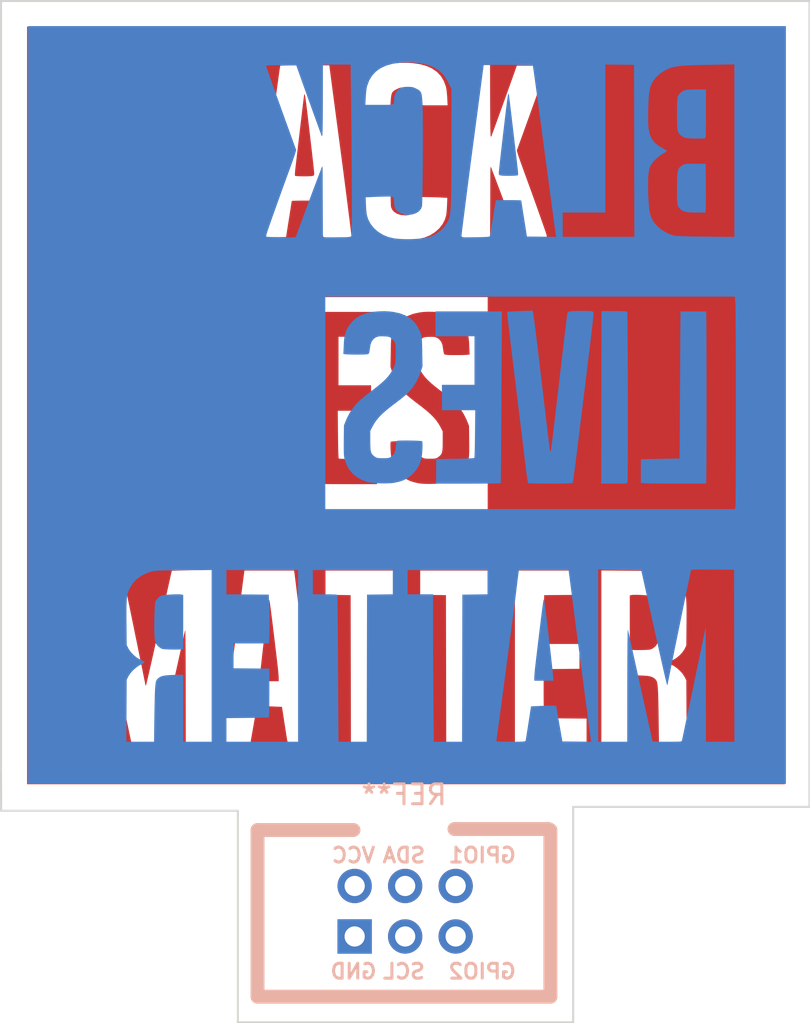
<source format=kicad_pcb>
(kicad_pcb (version 20201002) (generator pcbnew)

  (general
    (thickness 1.6)
  )

  (paper "A4")
  (layers
    (0 "F.Cu" signal)
    (31 "B.Cu" signal)
    (32 "B.Adhes" user "B.Adhesive")
    (33 "F.Adhes" user "F.Adhesive")
    (34 "B.Paste" user)
    (35 "F.Paste" user)
    (36 "B.SilkS" user "B.Silkscreen")
    (37 "F.SilkS" user "F.Silkscreen")
    (38 "B.Mask" user)
    (39 "F.Mask" user)
    (40 "Dwgs.User" user "User.Drawings")
    (41 "Cmts.User" user "User.Comments")
    (42 "Eco1.User" user "User.Eco1")
    (43 "Eco2.User" user "User.Eco2")
    (44 "Edge.Cuts" user)
    (45 "Margin" user)
    (46 "B.CrtYd" user "B.Courtyard")
    (47 "F.CrtYd" user "F.Courtyard")
    (48 "B.Fab" user)
    (49 "F.Fab" user)
  )

  (setup
    (stackup
      (layer "F.SilkS" (type "Top Silk Screen"))
      (layer "F.Paste" (type "Top Solder Paste"))
      (layer "F.Mask" (type "Top Solder Mask") (color "Green") (thickness 0.01))
      (layer "F.Cu" (type "copper") (thickness 0.035))
      (layer "dielectric 1" (type "core") (thickness 1.51) (material "FR4") (epsilon_r 4.5) (loss_tangent 0.02))
      (layer "B.Cu" (type "copper") (thickness 0.035))
      (layer "B.Mask" (type "Bottom Solder Mask") (color "Green") (thickness 0.01))
      (layer "B.Paste" (type "Bottom Solder Paste"))
      (layer "B.SilkS" (type "Bottom Silk Screen"))
      (copper_finish "None")
      (dielectric_constraints no)
    )
    (pcbplotparams
      (layerselection 0x00010fc_ffffffff)
      (usegerberextensions false)
      (usegerberattributes true)
      (usegerberadvancedattributes true)
      (creategerberjobfile true)
      (svguseinch false)
      (svgprecision 6)
      (excludeedgelayer true)
      (linewidth 0.100000)
      (plotframeref false)
      (viasonmask false)
      (mode 1)
      (useauxorigin false)
      (hpglpennumber 1)
      (hpglpenspeed 20)
      (hpglpendiameter 15.000000)
      (psnegative false)
      (psa4output false)
      (plotreference true)
      (plotvalue true)
      (plotinvisibletext false)
      (sketchpadsonfab false)
      (subtractmaskfromsilk false)
      (outputformat 1)
      (mirror false)
      (drillshape 0)
      (scaleselection 1)
      (outputdirectory "gerbers/sao-v1")
    )
  )


  (net 0 "")

  (module "badgelife_sao_v169bis:Badgelife-SAOv169-SAO-2x3" (layer "F.Cu") (tedit 5F8078FF) (tstamp 076c5884-6249-4b69-877c-7730bf98fbd6)
    (at 136.3218 110.8964)
    (descr "Through hole straight IDC box header, 2x03, 2.54mm pitch, double rows")
    (tags "Through hole IDC box header THT 2x03 2.54mm double row")
    (attr through_hole)
    (fp_text reference "REF**" (at 0 -5.842) (layer "B.SilkS")
      (effects (font (size 1 1) (thickness 0.15)) (justify mirror))
      (tstamp 0043bac8-ccda-47dd-a180-04d7937f959a)
    )
    (fp_text value "Badgelife-SAOv169-SAO-2x3" (at 0 -7.7) (layer "F.Fab")
      (effects (font (size 1 1) (thickness 0.15)))
      (tstamp c4fc364c-ae0a-4fcd-8319-a748381cf2db)
    )
    (fp_text user "GND" (at -2.54 3.048 unlocked) (layer "B.SilkS")
      (effects (font (size 0.75 0.75) (thickness 0.15)) (justify mirror))
      (tstamp 1039a179-e400-4dd0-9d4a-98de204d19ca)
    )
    (fp_text user "VCC" (at -2.54 -2.794 unlocked) (layer "B.SilkS")
      (effects (font (size 0.75 0.75) (thickness 0.15)) (justify mirror))
      (tstamp 11222185-4323-488b-aa76-2ea14d4022ca)
    )
    (fp_text user "SDA" (at 0 -2.794 unlocked) (layer "B.SilkS")
      (effects (font (size 0.75 0.75) (thickness 0.15)) (justify mirror))
      (tstamp 1ef18efd-cc09-4136-9a27-c2b806f27710)
    )
    (fp_text user "SCL" (at 0 3.048) (layer "B.SilkS")
      (effects (font (size 0.75 0.75) (thickness 0.15)) (justify mirror))
      (tstamp 6a7c08be-0436-47b7-97b1-d26e2019b77b)
    )
    (fp_text user "GPIO2" (at 3.937 3.048) (layer "B.SilkS")
      (effects (font (size 0.75 0.75) (thickness 0.15)) (justify mirror))
      (tstamp 9fa2029f-ebc1-40ac-96f0-92e5bf19dc67)
    )
    (fp_text user "GPIO1" (at 3.937 -2.794 unlocked) (layer "B.SilkS")
      (effects (font (size 0.75 0.75) (thickness 0.15)) (justify mirror))
      (tstamp e8298198-bed3-4a7a-a1f7-ead206ddfde6)
    )
    (fp_text user "${REFERENCE}" (at 0.06 0.02 270) (layer "F.Fab")
      (effects (font (size 1 1) (thickness 0.15)))
      (tstamp d852e19c-e912-4747-9437-e84ce1456d6b)
    )
    (fp_line (start -7.366 4.318) (end 7.366 4.318) (layer "B.SilkS") (width 0.7) (tstamp 128328f9-3de9-4f82-8d2e-6e855706e15a))
    (fp_line (start -7.366 -4.064) (end -7.366 4.318) (layer "B.SilkS") (width 0.7) (tstamp 23034e0d-5457-43f7-94f1-1e1789a44ea4))
    (fp_line (start 7.27964 -4.1148) (end 2.54 -4.1148) (layer "B.SilkS") (width 0.7) (tstamp 407c040f-ef12-48c1-b3ef-49d858c839fb))
    (fp_line (start -2.54 -4.064) (end -7.366 -4.064) (layer "B.SilkS") (width 0.7) (tstamp 57820bfb-311f-4a3d-895c-d09b408e130d))
    (fp_line (start 7.366 4.318) (end 7.366 -4.064) (layer "B.SilkS") (width 0.7) (tstamp 69feba72-f5d6-434f-ac8a-02226bb627f2))
    (pad "1" thru_hole oval (at -2.48 -1.25 270) (size 1.7272 1.7272) (drill 1.016) (layers *.Cu *.Mask) (tstamp 6c674edf-fcbc-4e94-b52b-56482f7d9604))
    (pad "2" thru_hole rect (at -2.48 1.29 270) (size 1.7272 1.7272) (drill 1.016) (layers *.Cu *.Mask) (tstamp d5d0b72f-bacb-49d2-8a20-accced71e156))
    (pad "3" thru_hole oval (at 0.06 -1.25 270) (size 1.7272 1.7272) (drill 1.016) (layers *.Cu *.Mask) (tstamp 8933f320-b4e2-45cc-87f9-4c060513dff5))
    (pad "4" thru_hole oval (at 0.06 1.29 270) (size 1.7272 1.7272) (drill 1.016) (layers *.Cu *.Mask) (tstamp 3f16c1b3-8590-4353-a46a-e34cf124704d))
    (pad "5" thru_hole circle (at 2.6 -1.25 270) (size 1.7272 1.7272) (drill 1.016) (layers *.Cu *.Mask) (tstamp 2289bf42-a2bb-4df7-bb43-23fd304b295b))
    (pad "6" thru_hole circle (at 2.6 1.29 270) (size 1.7272 1.7272) (drill 1.016) (layers *.Cu *.Mask) (tstamp 6409725f-fd2b-473c-94f0-484db5f9410c))
    (model "${KISYS3DMOD}/Connector_IDC.3dshapes/IDC-Header_2x03_P2.54mm_Vertical.wrl"
      (offset (xyz -2.5 1.2 -1.6))
      (scale (xyz 1 1 1))
      (rotate (xyz 180 0 90))
    )
  )

  (module "art:blm-1-5-inch-f-cu" (layer "F.Cu") (tedit 0) (tstamp d0883450-8e26-4762-bc4a-3798f21c4800)
    (at 136.4234 85.471)
    (attr through_hole)
    (fp_text reference "G***" (at 0 0) (layer "F.SilkS") hide
      (effects (font (size 1.524 1.524) (thickness 0.3)))
      (tstamp 8b642281-845a-4a2b-bba5-3a3f019c6dfd)
    )
    (fp_text value "LOGO" (at 0.75 0) (layer "F.SilkS") hide
      (effects (font (size 1.524 1.524) (thickness 0.3)))
      (tstamp 0c5dc356-6581-483d-8590-b803f19cd95e)
    )
    (fp_poly (pts (xy -6.865826 9.820248)
      (xy -6.851526 9.903167)
      (xy -6.831569 10.038322)
      (xy -6.805857 10.226494)
      (xy -6.77429 10.468464)
      (xy -6.73677 10.765014)
      (xy -6.693197 11.116926)
      (xy -6.643473 11.524979)
      (xy -6.587498 11.989955)
      (xy -6.525174 12.512636)
      (xy -6.463036 13.037574)
      (xy -6.442622 13.219916)
      (xy -6.425116 13.394145)
      (xy -6.411762 13.546431)
      (xy -6.403805 13.662946)
      (xy -6.40211 13.715007)
      (xy -6.40211 13.876201)
      (xy -7.363243 13.876201)
      (xy -7.346542 13.61565)
      (xy -7.340312 13.543298)
      (xy -7.327769 13.418539)
      (xy -7.309684 13.248097)
      (xy -7.286831 13.038696)
      (xy -7.259981 12.797061)
      (xy -7.229908 12.529915)
      (xy -7.197384 12.243984)
      (xy -7.163182 11.945991)
      (xy -7.128075 11.64266)
      (xy -7.092835 11.340717)
      (xy -7.058235 11.046884)
      (xy -7.025048 10.767887)
      (xy -6.994046 10.510449)
      (xy -6.966001 10.281294)
      (xy -6.941688 10.087148)
      (xy -6.935728 10.040554)
      (xy -6.917833 9.923155)
      (xy -6.899137 9.836414)
      (xy -6.882336 9.791424)
      (xy -6.874568 9.788785)) (layer "F.Cu") (width 0) (tstamp 13f1f407-991c-4745-bb7d-5ca1ff14d2b8))
    (fp_poly (pts (xy 1.384816 -4.709039)
      (xy 1.64122 -4.689697)
      (xy 1.872871 -4.656989)
      (xy 1.997546 -4.629931)
      (xy 2.28445 -4.528352)
      (xy 2.539851 -4.381802)
      (xy 2.757798 -4.194812)
      (xy 2.932336 -3.97191)
      (xy 2.986794 -3.877296)
      (xy 3.051098 -3.746697)
      (xy 3.098574 -3.627389)
      (xy 3.132365 -3.505088)
      (xy 3.155616 -3.365511)
      (xy 3.17147 -3.194375)
      (xy 3.182637 -2.987368)
      (xy 3.201055 -2.565241)
      (xy 3.115445 -2.548154)
      (xy 3.058257 -2.542572)
      (xy 2.953108 -2.537754)
      (xy 2.811589 -2.534022)
      (xy 2.645294 -2.531697)
      (xy 2.499694 -2.531067)
      (xy 2.299003 -2.532055)
      (xy 2.150167 -2.535397)
      (xy 2.045513 -2.541659)
      (xy 1.977367 -2.551408)
      (xy 1.938057 -2.565211)
      (xy 1.927279 -2.57334)
      (xy 1.90249 -2.625385)
      (xy 1.8808 -2.720343)
      (xy 1.866885 -2.831763)
      (xy 1.832629 -3.041727)
      (xy 1.767539 -3.204347)
      (xy 1.668942 -3.324757)
      (xy 1.577464 -3.38726)
      (xy 1.505451 -3.421786)
      (xy 1.436814 -3.442039)
      (xy 1.353266 -3.45079)
      (xy 1.236516 -3.450814)
      (xy 1.171455 -3.448829)
      (xy 1.038939 -3.442698)
      (xy 0.949264 -3.432593)
      (xy 0.885719 -3.414176)
      (xy 0.831592 -3.383111)
      (xy 0.787485 -3.349196)
      (xy 0.709853 -3.282001)
      (xy 0.652485 -3.217256)
      (xy 0.61258 -3.144724)
      (xy 0.587337 -3.054165)
      (xy 0.573953 -2.935343)
      (xy 0.569628 -2.778018)
      (xy 0.571559 -2.571953)
      (xy 0.571758 -2.560844)
      (xy 0.575432 -2.378303)
      (xy 0.580047 -2.243246)
      (xy 0.587422 -2.143609)
      (xy 0.599373 -2.067329)
      (xy 0.617717 -2.002341)
      (xy 0.644273 -1.936582)
      (xy 0.676141 -1.86794)
      (xy 0.759326 -1.708141)
      (xy 0.854571 -1.558933)
      (xy 0.968046 -1.413919)
      (xy 1.10592 -1.266702)
      (xy 1.274363 -1.110885)
      (xy 1.479545 -0.94007)
      (xy 1.727636 -0.74786)
      (xy 1.831301 -0.670217)
      (xy 2.130375 -0.437511)
      (xy 2.380648 -0.218514)
      (xy 2.588824 -0.005359)
      (xy 2.76161 0.209824)
      (xy 2.905713 0.434902)
      (xy 3.027838 0.677743)
      (xy 3.075067 0.789097)
      (xy 3.171278 1.027315)
      (xy 3.180161 1.780295)
      (xy 3.182373 2.030104)
      (xy 3.18222 2.228785)
      (xy 3.179366 2.384729)
      (xy 3.173472 2.506328)
      (xy 3.164201 2.601974)
      (xy 3.151216 2.680058)
      (xy 3.14244 2.718278)
      (xy 3.04017 3.014991)
      (xy 2.892762 3.272906)
      (xy 2.700488 3.491756)
      (xy 2.463622 3.671273)
      (xy 2.182437 3.811188)
      (xy 1.95041 3.887876)
      (xy 1.823502 3.912238)
      (xy 1.652763 3.930895)
      (xy 1.453678 3.943488)
      (xy 1.241729 3.949658)
      (xy 1.0324 3.949049)
      (xy 0.841175 3.9413)
      (xy 0.683537 3.926054)
      (xy 0.636048 3.918294)
      (xy 0.388273 3.862267)
      (xy 0.183966 3.793743)
      (xy 0.007242 3.705145)
      (xy -0.157782 3.588892)
      (xy -0.282142 3.4802)
      (xy -0.473483 3.262465)
      (xy -0.619778 3.013103)
      (xy -0.715381 2.742988)
      (xy -0.744165 2.590621)
      (xy -0.760555 2.441677)
      (xy -0.772502 2.285564)
      (xy -0.779679 2.134623)
      (xy -0.781761 2.001192)
      (xy -0.778424 1.897609)
      (xy -0.769342 1.836215)
      (xy -0.764298 1.826495)
      (xy -0.726383 1.816961)
      (xy -0.639967 1.808615)
      (xy -0.516009 1.801603)
      (xy -0.365467 1.796072)
      (xy -0.199302 1.792165)
      (xy -0.028473 1.790029)
      (xy 0.136061 1.78981)
      (xy 0.28334 1.791653)
      (xy 0.402405 1.795703)
      (xy 0.482297 1.802107)
      (xy 0.511263 1.809552)
      (xy 0.527233 1.851068)
      (xy 0.544229 1.936056)
      (xy 0.559277 2.048568)
      (xy 0.563224 2.088096)
      (xy 0.588106 2.270431)
      (xy 0.628157 2.406573)
      (xy 0.689063 2.50912)
      (xy 0.776511 2.590673)
      (xy 0.796333 2.604656)
      (xy 0.853005 2.639467)
      (xy 0.909409 2.661574)
      (xy 0.981014 2.673804)
      (xy 1.083293 2.678983)
      (xy 1.208423 2.679953)
      (xy 1.347579 2.678889)
      (xy 1.442727 2.67358)
      (xy 1.509403 2.660846)
      (xy 1.563146 2.63751)
      (xy 1.619491 2.600395)
      (xy 1.628246 2.594082)
      (xy 1.701862 2.535506)
      (xy 1.756929 2.474776)
      (xy 1.796079 2.40234)
      (xy 1.821946 2.308648)
      (xy 1.837164 2.184149)
      (xy 1.844368 2.019291)
      (xy 1.84619 1.804524)
      (xy 1.84619 1.308712)
      (xy 1.74438 1.108459)
      (xy 1.644728 0.931657)
      (xy 1.528146 0.764003)
      (xy 1.388126 0.598733)
      (xy 1.218158 0.429085)
      (xy 1.011732 0.248293)
      (xy 0.762339 0.049596)
      (xy 0.625322 -0.054226)
      (xy 0.466795 -0.174635)
      (xy 0.31162 -0.295828)
      (xy 0.171359 -0.408534)
      (xy 0.057574 -0.50348)
      (xy -0.010936 -0.564469)
      (xy -0.259226 -0.837896)
      (xy -0.466031 -1.15063)
      (xy -0.633152 -1.505623)
      (xy -0.70152 -1.69719)
      (xy -0.781707 -1.944893)
      (xy -0.767147 -2.692083)
      (xy -0.762312 -2.924936)
      (xy -0.757431 -3.107107)
      (xy -0.751672 -3.247466)
      (xy -0.744206 -3.35488)
      (xy -0.734201 -3.438217)
      (xy -0.720827 -3.506347)
      (xy -0.703253 -3.568136)
      (xy -0.680648 -3.632454)
      (xy -0.678533 -3.638147)
      (xy -0.548182 -3.917737)
      (xy -0.38086 -4.153447)
      (xy -0.174893 -4.34642)
      (xy 0.071392 -4.497798)
      (xy 0.359669 -4.608724)
      (xy 0.691611 -4.680339)
      (xy 0.88034 -4.702276)
      (xy 1.124306 -4.713678)) (layer "F.Cu") (width 0) (tstamp 20cb6bbb-66f3-4fa2-9cf8-6192ac091bef))
    (fp_poly (pts (xy -5.693975 -4.722135)
      (xy -5.507806 -4.71473)
      (xy -5.34193 -4.706214)
      (xy -5.205542 -4.697214)
      (xy -5.107837 -4.688362)
      (xy -5.058009 -4.680285)
      (xy -5.053974 -4.678336)
      (xy -5.049711 -4.673355)
      (xy -5.046302 -4.665388)
      (xy -5.044084 -4.651439)
      (xy -5.043398 -4.628507)
      (xy -5.044583 -4.593596)
      (xy -5.047978 -4.543707)
      (xy -5.053922 -4.475842)
      (xy -5.062753 -4.387002)
      (xy -5.074812 -4.274189)
      (xy -5.090438 -4.134405)
      (xy -5.109969 -3.964652)
      (xy -5.133744 -3.761931)
      (xy -5.162104 -3.523244)
      (xy -5.195386 -3.245593)
      (xy -5.233931 -2.925979)
      (xy -5.278077 -2.561405)
      (xy -5.328163 -2.148872)
      (xy -5.384529 -1.685382)
      (xy -5.447513 -1.167936)
      (xy -5.497268 -0.75932)
      (xy -5.552439 -0.306242)
      (xy -5.606897 0.140978)
      (xy -5.660053 0.577501)
      (xy -5.711316 0.998485)
      (xy -5.760097 1.39909)
      (xy -5.805807 1.774473)
      (xy -5.847857 2.119795)
      (xy -5.885656 2.430214)
      (xy -5.918616 2.70089)
      (xy -5.946147 2.926981)
      (xy -5.967659 3.103647)
      (xy -5.982563 3.226047)
      (xy -5.982588 3.226251)
      (xy -6.01382 3.47221)
      (xy -6.040921 3.662159)
      (xy -6.064484 3.799456)
      (xy -6.085099 3.887458)
      (xy -6.10336 3.929523)
      (xy -6.107213 3.933005)
      (xy -6.147612 3.94033)
      (xy -6.238414 3.94649)
      (xy -6.37152 3.951498)
      (xy -6.538829 3.955366)
      (xy -6.73224 3.958106)
      (xy -6.943654 3.95973)
      (xy -7.16497 3.960251)
      (xy -7.388086 3.959681)
      (xy -7.604904 3.958032)
      (xy -7.807321 3.955316)
      (xy -7.987239 3.951547)
      (xy -8.136556 3.946735)
      (xy -8.247172 3.940893)
      (xy -8.310986 3.934034)
      (xy -8.32333 3.929648)
      (xy -8.330228 3.913277)
      (xy -8.338324 3.882938)
      (xy -8.348023 3.835565)
      (xy -8.359729 3.76809)
      (xy -8.373846 3.677446)
      (xy -8.390779 3.560566)
      (xy -8.410933 3.414384)
      (xy -8.434712 3.235832)
      (xy -8.46252 3.021843)
      (xy -8.494763 2.769349)
      (xy -8.531843 2.475285)
      (xy -8.574166 2.136583)
      (xy -8.622137 1.750176)
      (xy -8.676159 1.312996)
      (xy -8.736638 0.821977)
      (xy -8.784605 0.43177)
      (xy -8.862993 -0.206523)
      (xy -8.934382 -0.788338)
      (xy -8.999084 -1.316301)
      (xy -9.057412 -1.793038)
      (xy -9.109677 -2.221174)
      (xy -9.156193 -2.603336)
      (xy -9.197271 -2.942149)
      (xy -9.233223 -3.24024)
      (xy -9.264362 -3.500234)
      (xy -9.291 -3.724758)
      (xy -9.313448 -3.916436)
      (xy -9.33202 -4.077896)
      (xy -9.347027 -4.211763)
      (xy -9.358782 -4.320663)
      (xy -9.367597 -4.407222)
      (xy -9.373784 -4.474066)
      (xy -9.377655 -4.523821)
      (xy -9.379522 -4.559112)
      (xy -9.379811 -4.574531)
      (xy -9.3757 -4.653753)
      (xy -9.354726 -4.69316)
      (xy -9.303994 -4.712359)
      (xy -9.286782 -4.715973)
      (xy -9.214082 -4.723691)
      (xy -9.09604 -4.728774)
      (xy -8.946806 -4.73131)
      (xy -8.78053 -4.731383)
      (xy -8.611361 -4.729077)
      (xy -8.45345 -4.724479)
      (xy -8.320947 -4.717673)
      (xy -8.23445 -4.709642)
      (xy -8.145578 -4.694653)
      (xy -8.098083 -4.671856)
      (xy -8.074014 -4.628266)
      (xy -8.063117 -4.585698)
      (xy -8.056093 -4.54047)
      (xy -8.042797 -4.440706)
      (xy -8.023787 -4.291034)
      (xy -7.999623 -4.096079)
      (xy -7.970866 -3.860467)
      (xy -7.938075 -3.588825)
      (xy -7.90181 -3.285778)
      (xy -7.862631 -2.955953)
      (xy -7.821098 -2.603975)
      (xy -7.777771 -2.234471)
      (xy -7.75678 -2.054631)
      (xy -7.687809 -1.462852)
      (xy -7.625394 -0.927392)
      (xy -7.56919 -0.445419)
      (xy -7.518849 -0.014099)
      (xy -7.474026 0.369401)
      (xy -7.434374 0.707915)
      (xy -7.399548 1.004277)
      (xy -7.3692 1.261319)
      (xy -7.342986 1.481875)
      (xy -7.320558 1.668778)
      (xy -7.301571 1.824862)
      (xy -7.285678 1.952961)
      (xy -7.272533 2.055906)
      (xy -7.261791 2.136533)
      (xy -7.253104 2.197674)
      (xy -7.246126 2.242163)
      (xy -7.240512 2.272833)
      (xy -7.235915 2.292518)
      (xy -7.231989 2.30405)
      (xy -7.228388 2.310264)
      (xy -7.224765 2.313993)
      (xy -7.222782 2.315865)
      (xy -7.194708 2.320924)
      (xy -7.193868 2.320144)
      (xy -7.188881 2.289549)
      (xy -7.177434 2.203488)
      (xy -7.159971 2.065648)
      (xy -7.136939 1.879716)
      (xy -7.108779 1.649381)
      (xy -7.075938 1.378328)
      (xy -7.03886 1.070245)
      (xy -6.997988 0.728819)
      (xy -6.953768 0.357738)
      (xy -6.906644 -0.039312)
      (xy -6.857059 -0.458644)
      (xy -6.805459 -0.896569)
      (xy -6.777295 -1.136231)
      (xy -6.724526 -1.584143)
      (xy -6.673241 -2.016461)
      (xy -6.623906 -2.429399)
      (xy -6.576991 -2.819169)
      (xy -6.532963 -3.181985)
      (xy -6.492288 -3.51406)
      (xy -6.455435 -3.811607)
      (xy -6.422872 -4.070841)
      (xy -6.395066 -4.287973)
      (xy -6.372484 -4.459217)
      (xy -6.355595 -4.580787)
      (xy -6.344865 -4.648895)
      (xy -6.341938 -4.661765)
      (xy -6.310927 -4.743332)) (layer "F.Cu") (width 0) (tstamp 28ae0f95-7b0a-4dce-9452-ec6bcb9534c4))
    (fp_poly (pts (xy 19.057444 19.057444)
      (xy -19.057444 19.057444)
      (xy -19.057444 16.944324)
      (xy -9.263625 16.944324)
      (xy -8.540078 16.936347)
      (xy -7.81653 16.92837)
      (xy -7.66168 16.049941)
      (xy -7.62271 15.828422)
      (xy -7.587238 15.625927)
      (xy -7.556551 15.449874)
      (xy -7.531938 15.307679)
      (xy -7.514684 15.20676)
      (xy -7.506078 15.154534)
      (xy -7.50535 15.149179)
      (xy -7.474909 15.136797)
      (xy -7.386438 15.12973)
      (xy -7.241226 15.127982)
      (xy -7.040559 15.131556)
      (xy -6.785727 15.140459)
      (xy -6.654511 15.146169)
      (xy -6.236923 15.165274)
      (xy -6.108382 16.002156)
      (xy -6.074633 16.220505)
      (xy -6.043197 16.421286)
      (xy -6.015359 16.596479)
      (xy -5.992409 16.738066)
      (xy -5.975634 16.83803)
      (xy -5.966321 16.888351)
      (xy -5.96564 16.891149)
      (xy -5.957111 16.907445)
      (xy -5.93685 16.919961)
      (xy -5.897843 16.929188)
      (xy -5.833075 16.935621)
      (xy -5.735532 16.93975)
      (xy -5.598198 16.94207)
      (xy -5.414059 16.943073)
      (xy -5.223902 16.943259)
      (xy -4.986907 16.9426)
      (xy -4.803832 16.940429)
      (xy -4.669053 16.936455)
      (xy -4.576949 16.930388)
      (xy -4.521897 16.921935)
      (xy -4.498274 16.910806)
      (xy -4.496366 16.905593)
      (xy -4.500374 16.866804)
      (xy -4.51165 16.77745)
      (xy -4.529069 16.645927)
      (xy -4.551506 16.480631)
      (xy -4.577836 16.289956)
      (xy -4.601067 16.12394)
      (xy -4.627035 15.937392)
      (xy -4.659366 15.701856)
      (xy -4.696702 15.427394)
      (xy -4.737688 15.124071)
      (xy -4.780967 14.80195)
      (xy -4.825181 14.471094)
      (xy -4.868974 14.141567)
      (xy -4.900115 13.905979)
      (xy -4.946763 13.552329)
      (xy -4.998073 13.163584)
      (xy -5.052084 12.75458)
      (xy -5.106835 12.340159)
      (xy -5.160367 11.935158)
      (xy -5.210718 11.554416)
      (xy -5.255928 11.212773)
      (xy -5.269944 11.106917)
      (xy -5.310034 10.802772)
      (xy -5.350685 10.491744)
      (xy -5.390566 10.184204)
      (xy -5.428345 9.890521)
      (xy -5.462689 9.621067)
      (xy -5.492267 9.386212)
      (xy -5.515747 9.196327)
      (xy -5.522373 9.141618)
      (xy -5.545975 8.946754)
      (xy -5.568143 8.766548)
      (xy -5.587581 8.611308)
      (xy -5.602995 8.491344)
      (xy -5.613089 8.416965)
      (xy -5.614959 8.404631)
      (xy -5.6306 8.307854)
      (xy -4.049707 8.307854)
      (xy -4.049707 9.527538)
      (xy -3.41694 9.535574)
      (xy -2.784174 9.543611)
      (xy -2.769052 16.943259)
      (xy -1.349752 16.943259)
      (xy -1.330001 15.000293)
      (xy -1.32621 14.594601)
      (xy -1.322657 14.150947)
      (xy -1.319413 13.682534)
      (xy -1.316547 13.202565)
      (xy -1.314131 12.724243)
      (xy -1.312234 12.26077)
      (xy -1.310928 11.82535)
      (xy -1.310282 11.431186)
      (xy -1.310225 11.293024)
      (xy -1.310199 9.528722)
      (xy -0.029777 9.528722)
      (xy -0.029777 8.307854)
      (xy 0.714654 8.307854)
      (xy 0.714654 9.527561)
      (xy 1.362309 9.535586)
      (xy 2.009965 9.543611)
      (xy 2.017525 13.243435)
      (xy 2.025086 16.943259)
      (xy 3.446189 16.943259)
      (xy 3.468213 13.258323)
      (xy 3.47109 12.794649)
      (xy 3.474072 12.347478)
      (xy 3.477123 11.920423)
      (xy 3.480211 11.517097)
      (xy 3.483298 11.141111)
      (xy 3.486353 10.796079)
      (xy 3.489338 10.485614)
      (xy 3.492221 10.213328)
      (xy 3.494966 9.982833)
      (xy 3.497538 9.797743)
      (xy 3.499904 9.66167)
      (xy 3.502028 9.578226)
      (xy 3.503733 9.551055)
      (xy 3.536246 9.544321)
      (xy 3.619232 9.538401)
      (xy 3.743611 9.533621)
      (xy 3.900303 9.530307)
      (xy 4.080228 9.528785)
      (xy 4.125907 9.528722)
      (xy 4.734584 9.528722)
      (xy 4.734584 8.307854)
      (xy 5.479015 8.307854)
      (xy 5.479015 16.943259)
      (xy 9.082063 16.943259)
      (xy 9.826495 16.943259)
      (xy 11.255803 16.943259)
      (xy 11.255803 13.572308)
      (xy 11.739683 13.583795)
      (xy 11.966784 13.59224)
      (xy 12.144062 13.607096)
      (xy 12.281115 13.630825)
      (xy 12.387545 13.665885)
      (xy 12.472949 13.714735)
      (xy 12.546928 13.779835)
      (xy 12.560301 13.794044)
      (xy 12.586691 13.828208)
      (xy 12.609237 13.872037)
      (xy 12.628332 13.930405)
      (xy 12.644366 14.008189)
      (xy 12.657732 14.110262)
      (xy 12.668822 14.241501)
      (xy 12.678027 14.406779)
      (xy 12.685741 14.610973)
      (xy 12.692353 14.858957)
      (xy 12.698257 15.155606)
      (xy 12.703844 15.505796)
      (xy 12.705146 15.595838)
      (xy 12.724335 16.943259)
      (xy 14.116913 16.943259)
      (xy 14.108222 15.387397)
      (xy 14.099531 13.831536)
      (xy 14.016326 13.6621)
      (xy 13.922567 13.51482)
      (xy 13.790109 13.364121)
      (xy 13.634497 13.223803)
      (xy 13.471277 13.107665)
      (xy 13.315995 13.029506)
      (xy 13.295545 13.022305)
      (xy 13.233397 12.990752)
      (xy 13.206258 12.955119)
      (xy 13.206213 12.95387)
      (xy 13.211643 12.927843)
      (xy 13.234977 12.902905)
      (xy 13.286779 12.872121)
      (xy 13.377613 12.828556)
      (xy 13.440734 12.799918)
      (xy 13.593987 12.709431)
      (xy 13.749929 12.58094)
      (xy 13.890378 12.432006)
      (xy 13.997154 12.280192)
      (xy 14.016509 12.24374)
      (xy 14.099531 12.074677)
      (xy 14.108953 10.961248)
      (xy 14.111228 10.632732)
      (xy 14.11157 10.357173)
      (xy 14.109316 10.127989)
      (xy 14.103805 9.938596)
      (xy 14.094376 9.78241)
      (xy 14.080367 9.652849)
      (xy 14.061117 9.543328)
      (xy 14.035965 9.447266)
      (xy 14.004249 9.358077)
      (xy 13.965307 9.26918)
      (xy 13.932122 9.201053)
      (xy 13.776616 8.955612)
      (xy 13.574226 8.746716)
      (xy 13.3253 8.574636)
      (xy 13.030185 8.439641)
      (xy 12.89334 8.394304)
      (xy 12.839668 8.378876)
      (xy 12.787093 8.365958)
      (xy 12.729819 8.355271)
      (xy 12.662045 8.346537)
      (xy 12.577973 8.339476)
      (xy 12.471804 8.333811)
      (xy 12.337739 8.329262)
      (xy 12.16998 8.325551)
      (xy 11.962728 8.322399)
      (xy 11.710184 8.319529)
      (xy 11.40655 8.31666)
      (xy 11.248359 8.315267)
      (xy 9.826495 8.302883)
      (xy 9.826495 16.943259)
      (xy 9.082063 16.943259)
      (xy 9.082063 15.756253)
      (xy 8.027415 15.746766)
      (xy 7.782197 15.74389)
      (xy 7.555787 15.739945)
      (xy 7.355093 15.735151)
      (xy 7.187028 15.729728)
      (xy 7.0585 15.723896)
      (xy 6.976419 15.717873)
      (xy 6.947989 15.71249)
      (xy 6.942617 15.67825)
      (xy 6.937645 15.59088)
      (xy 6.933202 15.456802)
      (xy 6.929419 15.28244)
      (xy 6.926422 15.074216)
      (xy 6.924341 14.838553)
      (xy 6.923305 14.581875)
      (xy 6.923212 14.476734)
      (xy 6.923212 13.265768)
      (xy 8.724736 13.250006)
      (xy 8.724736 12.000234)
      (xy 6.944292 12.000234)
      (xy 6.922815 11.570618)
      (xy 6.917828 11.41777)
      (xy 6.91538 11.219733)
      (xy 6.915418 10.990814)
      (xy 6.917894 10.745323)
      (xy 6.922755 10.497568)
      (xy 6.927164 10.342306)
      (xy 6.952989 9.543611)
      (xy 8.017526 9.53579)
      (xy 9.082063 9.52797)
      (xy 9.082063 8.307854)
      (xy 5.479015 8.307854)
      (xy 4.734584 8.307854)
      (xy 0.714654 8.307854)
      (xy -0.029777 8.307854)
      (xy -4.049707 8.307854)
      (xy -5.6306 8.307854)
      (xy -8.125542 8.307854)
      (xy -8.143145 8.434408)
      (xy -8.150233 8.487525)
      (xy -8.16415 8.593774)
      (xy -8.184126 8.74722)
      (xy -8.209392 8.941928)
      (xy -8.239179 9.171961)
      (xy -8.272719 9.431385)
      (xy -8.309242 9.714264)
      (xy -8.34798 10.014662)
      (xy -8.367856 10.168933)
      (xy -8.418675 10.563368)
      (xy -8.462567 10.903731)
      (xy -8.500189 11.19502)
      (xy -8.532198 11.442234)
      (xy -8.559249 11.650369)
      (xy -8.581998 11.824425)
      (xy -8.601103 11.969399)
      (xy -8.617218 12.090289)
      (xy -8.631 12.192093)
      (xy -8.643106 12.27981)
      (xy -8.654192 12.358436)
      (xy -8.664913 12.432971)
      (xy -8.666936 12.446893)
      (xy -8.677105 12.520086)
      (xy -8.69384 12.64449)
      (xy -8.716107 12.812251)
      (xy -8.742871 13.015512)
      (xy -8.7731 13.246418)
      (xy -8.805758 13.497112)
      (xy -8.839812 13.759739)
      (xy -8.843321 13.78687)
      (xy -8.877626 14.051821)
      (xy -8.910754 14.306977)
      (xy -8.941646 14.544235)
      (xy -8.969243 14.755492)
      (xy -8.992487 14.932646)
      (xy -9.010318 15.067593)
      (xy -9.021679 15.152231)
      (xy -9.022282 15.156623)
      (xy -9.035239 15.252505)
      (xy -9.054221 15.395263)
      (xy -9.077623 15.572709)
      (xy -9.103839 15.772655)
      (xy -9.131265 15.982914)
      (xy -9.141909 16.06483)
      (xy -9.168179 16.265982)
      (xy -9.192826 16.452405)
      (xy -9.214526 16.614261)
      (xy -9.231953 16.741708)
      (xy -9.243783 16.824906)
      (xy -9.247216 16.847016)
      (xy -9.263625 16.944324)
      (xy -19.057444 16.944324)
      (xy -19.057444 16.943259)
      (xy -16.467023 16.943259)
      (xy -15.037811 16.943259)
      (xy -15.030219 14.065981)
      (xy -15.022626 11.188704)
      (xy -14.432192 14.013871)
      (xy -14.348199 14.415591)
      (xy -14.267477 14.80132)
      (xy -14.19088 15.166996)
      (xy -14.119263 15.508557)
      (xy -14.053479 15.82194)
      (xy -13.994383 16.103085)
      (xy -13.942828 16.347928)
      (xy -13.899669 16.552407)
      (xy -13.86576 16.712461)
      (xy -13.841955 16.824028)
      (xy -13.829108 16.883045)
      (xy -13.827196 16.891149)
      (xy -13.818535 16.907466)
      (xy -13.798136 16.919992)
      (xy -13.758973 16.929223)
      (xy -13.694017 16.935652)
      (xy -13.59624 16.939774)
      (xy -13.458614 16.942085)
      (xy -13.274111 16.943079)
      (xy -13.087105 16.943259)
      (xy -12.859793 16.942962)
      (xy -12.684994 16.941743)
      (xy -12.555669 16.939105)
      (xy -12.464778 16.934555)
      (xy -12.405281 16.927596)
      (xy -12.370138 16.917736)
      (xy -12.35231 16.904478)
      (xy -12.345801 16.891149)
      (xy -12.337256 16.855088)
      (xy -12.316868 16.764981)
      (xy -12.285551 16.624956)
      (xy -12.244217 16.439137)
      (xy -12.193779 16.211653)
      (xy -12.135149 15.94663)
      (xy -12.06924 15.648194)
      (xy -11.996965 15.320472)
      (xy -11.919237 14.967591)
      (xy -11.836969 14.593678)
      (xy -11.751072 14.202859)
      (xy -11.731647 14.11442)
      (xy -11.644838 13.719427)
      (xy -11.561275 13.339738)
      (xy -11.481889 12.979552)
      (xy -11.407611 12.643071)
      (xy -11.339372 12.334497)
      (xy -11.278104 12.058031)
      (xy -11.224737 11.817873)
      (xy -11.180204 11.618227)
      (xy -11.145436 11.463292)
      (xy -11.121363 11.35727)
      (xy -11.108917 11.304363)
      (xy -11.107889 11.300469)
      (xy -11.104074 11.316021)
      (xy -11.100409 11.387696)
      (xy -11.096929 11.512063)
      (xy -11.093669 11.685691)
      (xy -11.090664 11.905149)
      (xy -11.087947 12.167005)
      (xy -11.085555 12.467829)
      (xy -11.08352 12.804189)
      (xy -11.081879 13.172654)
      (xy -11.080666 13.569793)
      (xy -11.079915 13.992175)
      (xy -11.079825 14.077198)
      (xy -11.07714 16.943259)
      (xy -9.618054 16.943259)
      (xy -9.618054 8.268883)
      (xy -10.696858 8.290228)
      (xy -10.943827 8.295261)
      (xy -11.171105 8.300176)
      (xy -11.372039 8.304805)
      (xy -11.539978 8.308985)
      (xy -11.66827 8.312549)
      (xy -11.750265 8.315333)
      (xy -11.779306 8.317158)
      (xy -11.786125 8.346375)
      (xy -11.804952 8.429789)
      (xy -11.834907 8.563456)
      (xy -11.875111 8.74343)
      (xy -11.924688 8.965765)
      (xy -11.982757 9.226516)
      (xy -12.048441 9.521736)
      (xy -12.12086 9.84748)
      (xy -12.199138 10.199803)
      (xy -12.282394 10.574758)
      (xy -12.369751 10.968401)
      (xy -12.413688 11.166471)
      (xy -12.523654 11.661861)
      (xy -12.621551 12.10193)
      (xy -12.708047 12.489536)
      (xy -12.783811 12.827535)
      (xy -12.849513 13.118783)
      (xy -12.905821 13.366137)
      (xy -12.953405 13.572452)
      (xy -12.992934 13.740585)
      (xy -13.025076 13.873393)
      (xy -13.0505 13.973731)
      (xy -13.069876 14.044457)
      (xy -13.083872 14.088426)
      (xy -13.093157 14.108495)
      (xy -13.098402 14.10752)
      (xy -13.099978 14.096667)
      (xy -13.106166 14.062713)
      (xy -13.123378 13.975277)
      (xy -13.150621 13.839203)
      (xy -13.186902 13.659341)
      (xy -13.231228 13.440535)
      (xy -13.282606 13.187632)
      (xy -13.340043 12.90548)
      (xy -13.402546 12.598925)
      (xy -13.469123 12.272813)
      (xy -13.538779 11.931991)
      (xy -13.610524 11.581306)
      (xy -13.683362 11.225604)
      (xy -13.756302 10.869732)
      (xy -13.828351 10.518536)
      (xy -13.898515 10.176864)
      (xy -13.965803 9.849562)
      (xy -14.029219 9.541476)
      (xy -14.087773 9.257453)
      (xy -14.140471 9.002339)
      (xy -14.18632 8.780982)
      (xy -14.224327 8.598228)
      (xy -14.253499 8.458924)
      (xy -14.272843 8.367915)
      (xy -14.281366 8.33005)
      (xy -14.281435 8.329818)
      (xy -14.288786 8.31609)
      (xy -14.305502 8.305063)
      (xy -14.337343 8.296502)
      (xy -14.390074 8.290172)
      (xy -14.469458 8.285836)
      (xy -14.581256 8.283259)
      (xy -14.731234 8.282206)
      (xy -14.925153 8.282442)
      (xy -15.168776 8.283731)
      (xy -15.374633 8.285152)
      (xy -16.451935 8.292966)
      (xy -16.459479 12.618112)
      (xy -16.467023 16.943259)
      (xy -19.057444 16.943259)
      (xy -19.057444 0.386551)
      (xy -16.540767 0.386551)
      (xy -16.540632 0.865302)
      (xy -16.540295 1.337276)
      (xy -16.539757 1.798681)
      (xy -16.539015 2.245723)
      (xy -16.53807 2.674607)
      (xy -16.536922 3.08154)
      (xy -16.535569 3.462728)
      (xy -16.53401 3.814379)
      (xy -16.532247 4.132697)
      (xy -16.530276 4.413889)
      (xy -16.528099 4.654162)
      (xy -16.525715 4.849722)
      (xy -16.523122 4.996775)
      (xy -16.520321 5.091528)
      (xy -16.517584 5.129132)
      (xy -16.493902 5.240797)
      (xy 4.109261 5.240797)
      (xy 4.109261 -5.449238)
      (xy -16.490725 -5.449238)
      (xy -16.515996 -5.099355)
      (xy -16.519006 -5.02813)
      (xy -16.521823 -4.902981)
      (xy -16.524448 -4.727703)
      (xy -16.52688 -4.50609)
      (xy -16.529118 -4.241934)
      (xy -16.531161 -3.93903)
      (xy -16.533009 -3.601172)
      (xy -16.534661 -3.232152)
      (xy -16.536118 -2.835766)
      (xy -16.537377 -2.415806)
      (xy -16.538439 -1.976066)
      (xy -16.539303 -1.52034)
      (xy -16.539968 -1.052422)
      (xy -16.540435 -0.576104)
      (xy -16.540701 -0.095183)
      (xy -16.540767 0.386551)
      (xy -19.057444 0.386551)
      (xy -19.057444 -8.451023)
      (xy -16.466823 -8.451023)
      (xy -16.007083 -8.455698)
      (xy -7.505265 -8.455698)
      (xy -6.767846 -8.463664)
      (xy -6.030426 -8.47163)
      (xy -6.005929 -8.635405)
      (xy -5.994364 -8.710782)
      (xy -5.975031 -8.834579)
      (xy -5.949569 -8.99641)
      (xy -5.919613 -9.185885)
      (xy -5.886802 -9.39262)
      (xy -5.864221 -9.534455)
      (xy -5.83211 -9.736531)
      (xy -5.803357 -9.918696)
      (xy -5.779225 -10.072842)
      (xy -5.760981 -10.190858)
      (xy -5.749887 -10.264634)
      (xy -5.747011 -10.286331)
      (xy -5.71867 -10.291215)
      (xy -5.639388 -10.29553)
      (xy -5.51778 -10.299052)
      (xy -5.362459 -10.301558)
      (xy -5.182039 -10.302823)
      (xy -5.109166 -10.302931)
      (xy -4.471321 -10.302931)
      (xy -4.454014 -10.221044)
      (xy -4.444775 -10.169936)
      (xy -4.427815 -10.068892)
      (xy -4.404582 -9.92682)
      (xy -4.376521 -9.752629)
      (xy -4.345081 -9.555227)
      (xy -4.317407 -9.379836)
      (xy -4.284285 -9.170007)
      (xy -4.253379 -8.97606)
      (xy -4.226129 -8.806887)
      (xy -4.203974 -8.671377)
      (xy -4.188354 -8.578419)
      (xy -4.181372 -8.539891)
      (xy -4.169241 -8.49794)
      (xy -4.145293 -8.472926)
      (xy -4.09567 -8.459388)
      (xy -4.006513 -8.451862)
      (xy -3.950842 -8.449031)
      (xy -3.845771 -8.445119)
      (xy -3.697317 -8.441092)
      (xy -3.52165 -8.437318)
      (xy -3.334941 -8.434162)
      (xy -3.238277 -8.43288)
      (xy -2.739508 -8.426964)
      (xy -2.739508 -8.496625)
      (xy -2.743247 -8.536177)
      (xy -2.754007 -8.629424)
      (xy -2.771104 -8.77101)
      (xy -2.793852 -8.955577)
      (xy -2.821566 -9.177766)
      (xy -2.85356 -9.432221)
      (xy -2.889151 -9.713584)
      (xy -2.927652 -10.016497)
      (xy -2.968378 -10.335602)
      (xy -3.010645 -10.665541)
      (xy -3.053768 -11.000958)
      (xy -3.09706 -11.336493)
      (xy -3.139838 -11.66679)
      (xy -3.181415 -11.986491)
      (xy -3.221107 -12.290238)
      (xy -3.258229 -12.572673)
      (xy -3.292095 -12.82844)
      (xy -3.322021 -13.052179)
      (xy -3.322714 -13.057327)
      (xy -3.341058 -13.194165)
      (xy -3.366166 -13.382421)
      (xy -3.397026 -13.614467)
      (xy -3.432627 -13.882676)
      (xy -3.471958 -14.17942)
      (xy -3.514008 -14.497072)
      (xy -3.557766 -14.828006)
      (xy -3.602219 -15.164592)
      (xy -3.628671 -15.365065)
      (xy -3.699507 -15.902137)
      (xy -2.233294 -15.902137)
      (xy -2.233222 -13.124867)
      (xy -2.232965 -12.589906)
      (xy -2.232149 -12.111001)
      (xy -2.230667 -11.684656)
      (xy -2.228409 -11.307376)
      (xy -2.225266 -10.975663)
      (xy -2.22113 -10.686021)
      (xy -2.215893 -10.434955)
      (xy -2.209444 -10.218967)
      (xy -2.201676 -10.034562)
      (xy -2.19248 -9.878243)
      (xy -2.181746 -9.746513)
      (xy -2.169366 -9.635878)
      (xy -2.155232 -9.542839)
      (xy -2.139234 -9.463902)
      (xy -2.121263 -9.39557)
      (xy -2.116717 -9.380591)
      (xy -2.026086 -9.177439)
      (xy -1.887064 -8.978569)
      (xy -1.710504 -8.794352)
      (xy -1.507257 -8.635156)
      (xy -1.288176 -8.511352)
      (xy -1.150588 -8.457378)
      (xy -0.972324 -8.413108)
      (xy -0.748694 -8.378467)
      (xy -0.493195 -8.354034)
      (xy -0.219323 -8.340387)
      (xy 0.059425 -8.338103)
      (xy 0.329552 -8.347761)
      (xy 0.577563 -8.369937)
      (xy 0.652781 -8.380181)
      (xy 0.943471 -8.449101)
      (xy 1.213347 -8.562381)
      (xy 1.456011 -8.714472)
      (xy 1.665065 -8.899824)
      (xy 1.834112 -9.112887)
      (xy 1.956754 -9.348111)
      (xy 1.99332 -9.473004)
      (xy 2.773509 -9.473004)
      (xy 2.773641 -9.205754)
      (xy 2.774279 -8.979525)
      (xy 2.775445 -8.798339)
      (xy 2.777159 -8.666216)
      (xy 2.779442 -8.587177)
      (xy 2.781119 -8.56677)
      (xy 2.788788 -8.528445)
      (xy 2.800228 -8.498545)
      (xy 2.822238 -8.475962)
      (xy 2.861619 -8.45959)
      (xy 2.925168 -8.448321)
      (xy 3.019685 -8.441049)
      (xy 3.151969 -8.436666)
      (xy 3.328819 -8.434065)
      (xy 3.557034 -8.432139)
      (xy 3.610492 -8.431729)
      (xy 4.22837 -8.426964)
      (xy 4.235815 -9.804162)
      (xy 4.237362 -10.103412)
      (xy 4.238764 -10.399597)
      (xy 4.239987 -10.684193)
      (xy 4.241002 -10.948676)
      (xy 4.241776 -11.184522)
      (xy 4.242278 -11.383207)
      (xy 4.242478 -11.536206)
      (xy 4.242434 -11.605022)
      (xy 4.243479 -11.753929)
      (xy 4.246911 -11.876881)
      (xy 4.252248 -11.964019)
      (xy 4.259009 -12.005485)
      (xy 4.262063 -12.007015)
      (xy 4.276533 -11.975218)
      (xy 4.309561 -11.89302)
      (xy 4.359088 -11.765892)
      (xy 4.423056 -11.599305)
      (xy 4.499406 -11.398731)
      (xy 4.58608 -11.169642)
      (xy 4.681019 -10.917507)
      (xy 4.782164 -10.6478)
      (xy 4.887458 -10.36599)
      (xy 4.994842 -10.077549)
      (xy 5.102256 -9.787948)
      (xy 5.207644 -9.50266)
      (xy 5.308945 -9.227154)
      (xy 5.345734 -9.126729)
      (xy 5.411629 -8.946821)
      (xy 5.471563 -8.783519)
      (xy 5.522172 -8.645954)
      (xy 5.560097 -8.54326)
      (xy 5.581975 -8.484568)
      (xy 5.584952 -8.47679)
      (xy 5.594919 -8.45981)
      (xy 5.614567 -8.446948)
      (xy 5.651046 -8.437775)
      (xy 5.711508 -8.431861)
      (xy 5.803104 -8.428777)
      (xy 5.932984 -8.428095)
      (xy 6.108299 -8.429384)
      (xy 6.329296 -8.432124)
      (xy 6.531228 -8.435705)
      (xy 6.713245 -8.440583)
      (xy 6.866924 -8.446398)
      (xy 6.983842 -8.452789)
      (xy 7.055577 -8.459395)
      (xy 7.074436 -8.463993)
      (xy 7.080065 -8.503524)
      (xy 7.068355 -8.57718)
      (xy 7.058852 -8.61288)
      (xy 7.034626 -8.688305)
      (xy 6.992324 -8.81325)
      (xy 6.934237 -8.981273)
      (xy 6.86266 -9.185932)
      (xy 6.779885 -9.420784)
      (xy 6.688205 -9.679388)
      (xy 6.589913 -9.9553)
      (xy 6.487302 -10.242079)
      (xy 6.382665 -10.533282)
      (xy 6.278296 -10.822466)
      (xy 6.176487 -11.103191)
      (xy 6.079531 -11.369013)
      (xy 6.022757 -11.523799)
      (xy 5.937653 -11.756471)
      (xy 5.857021 -11.979238)
      (xy 5.783772 -12.183885)
      (xy 5.720815 -12.362193)
      (xy 5.67106 -12.505947)
      (xy 5.637419 -12.606931)
      (xy 5.626319 -12.643078)
      (xy 5.574786 -12.824375)
      (xy 5.945132 -13.849057)
      (xy 6.12223 -14.339516)
      (xy 6.286944 -14.796606)
      (xy 6.438505 -15.218162)
      (xy 6.576143 -15.60202)
      (xy 6.699088 -15.946015)
      (xy 6.806571 -16.247982)
      (xy 6.897821 -16.505757)
      (xy 6.97207 -16.717175)
      (xy 7.028547 -16.880071)
      (xy 7.066482 -16.992281)
      (xy 7.085107 -17.05164)
      (xy 7.086987 -17.060379)
      (xy 7.06079 -17.071472)
      (xy 6.981239 -17.080126)
      (xy 6.84689 -17.086403)
      (xy 6.656303 -17.090362)
      (xy 6.408035 -17.092065)
      (xy 6.330401 -17.092146)
      (xy 5.573814 -17.092146)
      (xy 5.514468 -16.920926)
      (xy 5.48643 -16.841122)
      (xy 5.441982 -16.715992)
      (xy 5.38335 -16.551718)
      (xy 5.312762 -16.354482)
      (xy 5.232443 -16.130467)
      (xy 5.144621 -15.885856)
      (xy 5.051522 -15.626829)
      (xy 4.955373 -15.359571)
      (xy 4.858399 -15.090263)
      (xy 4.762829 -14.825088)
      (xy 4.670887 -14.570228)
      (xy 4.584802 -14.331865)
      (xy 4.506798 -14.116183)
      (xy 4.439104 -13.929362)
      (xy 4.383945 -13.777587)
      (xy 4.343548 -13.667038)
      (xy 4.32014 -13.603899)
      (xy 4.316039 -13.593318)
      (xy 4.279568 -13.503986)
      (xy 4.256937 -13.578429)
      (xy 4.252755 -13.621203)
      (xy 4.248722 -13.718005)
      (xy 4.244918 -13.863309)
      (xy 4.241419 -14.051588)
      (xy 4.238304 -14.277315)
      (xy 4.235652 -14.534964)
      (xy 4.233541 -14.819009)
      (xy 4.232049 -15.123923)
      (xy 4.231338 -15.387398)
      (xy 4.22837 -17.121923)
      (xy 2.836884 -17.121923)
      (xy 2.81807 -15.670282)
      (xy 2.813117 -15.27019)
      (xy 2.808356 -14.850809)
      (xy 2.803808 -14.416161)
      (xy 2.799495 -13.970265)
      (xy 2.795437 -13.517143)
      (xy 2.791656 -13.060814)
      (xy 2.788172 -12.6053)
      (xy 2.785006 -12.154622)
      (xy 2.782179 -11.7128)
      (xy 2.779712 -11.283854)
      (xy 2.777626 -10.871806)
      (xy 2.775942 -10.480677)
      (xy 2.77468 -10.114486)
      (xy 2.773862 -9.777255)
      (xy 2.773509 -9.473004)
      (xy 1.99332 -9.473004)
      (xy 2.020798 -9.566853)
      (xy 2.033903 -9.660165)
      (xy 2.046754 -9.793941)
      (xy 2.057742 -9.949109)
      (xy 2.064374 -10.082574)
      (xy 2.078382 -10.442873)
      (xy 1.674694 -10.462234)
      (xy 1.491089 -10.46989)
      (xy 1.296124 -10.476116)
      (xy 1.114035 -10.480239)
      (xy 0.978508 -10.481595)
      (xy 0.846239 -10.481948)
      (xy 0.757307 -10.476463)
      (xy 0.702444 -10.455321)
      (xy 0.672382 -10.408704)
      (xy 0.657853 -10.326793)
      (xy 0.649588 -10.19977)
      (xy 0.645661 -10.128989)
      (xy 0.629148 -9.978906)
      (xy 0.593157 -9.868768)
      (xy 0.527287 -9.782987)
      (xy 0.421134 -9.705974)
      (xy 0.329538 -9.655276)
      (xy 0.208662 -9.598544)
      (xy 0.106029 -9.568993)
      (xy -0.008368 -9.558894)
      (xy -0.046151 -9.5585)
      (xy -0.259642 -9.578857)
      (xy -0.444148 -9.637234)
      (xy -0.592906 -9.729586)
      (xy -0.699156 -9.851868)
      (xy -0.752072 -9.980797)
      (xy -0.758286 -10.036867)
      (xy -0.76415 -10.147028)
      (xy -0.769638 -10.305819)
      (xy -0.774726 -10.507776)
      (xy -0.779389 -10.747438)
      (xy -0.7836 -11.019342)
      (xy -0.787336 -11.318026)
      (xy -0.790571 -11.638028)
      (xy -0.793281 -11.973885)
      (xy -0.79544 -12.320135)
      (xy -0.797023 -12.671316)
      (xy -0.798005 -13.021966)
      (xy -0.798361 -13.366623)
      (xy -0.798067 -13.699823)
      (xy -0.797097 -14.016105)
      (xy -0.795425 -14.310007)
      (xy -0.793028 -14.576066)
      (xy -0.789879 -14.808819)
      (xy -0.785955 -15.002806)
      (xy -0.781229 -15.152563)
      (xy -0.7762 -15.245956)
      (xy -0.760213 -15.437587)
      (xy -0.742125 -15.580142)
      (xy -0.717062 -15.684032)
      (xy -0.680152 -15.759669)
      (xy -0.626525 -15.817468)
      (xy -0.551308 -15.86784)
      (xy -0.463521 -15.914225)
      (xy -0.361919 -15.960773)
      (xy -0.271912 -15.987489)
      (xy -0.168853 -15.999597)
      (xy -0.04797 -16.002318)
      (xy 0.095079 -15.998346)
      (xy 0.199032 -15.983449)
      (xy 0.283874 -15.954172)
      (xy 0.312661 -15.939936)
      (xy 0.472441 -15.827444)
      (xy 0.581718 -15.684313)
      (xy 0.641712 -15.508454)
      (xy 0.655099 -15.353568)
      (xy 0.654287 -15.274031)
      (xy 0.656425 -15.212822)
      (xy 0.668373 -15.167554)
      (xy 0.696993 -15.13584)
      (xy 0.749144 -15.115293)
      (xy 0.831689 -15.103526)
      (xy 0.951487 -15.098151)
      (xy 1.115399 -15.096783)
      (xy 1.330286 -15.097034)
      (xy 1.392324 -15.097069)
      (xy 2.0934 -15.097069)
      (xy 2.074878 -15.476729)
      (xy 2.063645 -15.641083)
      (xy 2.047043 -15.802367)
      (xy 2.027373 -15.941299)
      (xy 2.008378 -16.033432)
      (xy 1.904027 -16.317853)
      (xy 1.755427 -16.563586)
      (xy 1.56225 -16.770842)
      (xy 1.324163 -16.939828)
      (xy 1.040837 -17.070753)
      (xy 0.711941 -17.163828)
      (xy 0.337145 -17.219261)
      (xy 0.111294 -17.233781)
      (xy -0.308004 -17.232894)
      (xy -0.681752 -17.195991)
      (xy -1.012396 -17.122308)
      (xy -1.302386 -17.011084)
      (xy -1.554169 -16.861554)
      (xy -1.770194 -16.672958)
      (xy -1.803205 -16.637327)
      (xy -1.877185 -16.542427)
      (xy -1.962428 -16.413719)
      (xy -2.04581 -16.271727)
      (xy -2.087451 -16.192764)
      (xy -2.233294 -15.902137)
      (xy -3.699507 -15.902137)
      (xy -3.858425 -17.107034)
      (xy -5.083149 -17.107034)
      (xy -5.347514 -17.106617)
      (xy -5.593128 -17.105427)
      (xy -5.813656 -17.103553)
      (xy -6.00276 -17.101086)
      (xy -6.154104 -17.098116)
      (xy -6.261352 -17.094734)
      (xy -6.318168 -17.09103)
      (xy -6.325555 -17.089323)
      (xy -6.331485 -17.058256)
      (xy -6.344779 -16.971467)
      (xy -6.364984 -16.83227)
      (xy -6.391646 -16.643981)
      (xy -6.424311 -16.409916)
      (xy -6.462526 -16.133392)
      (xy -6.505837 -15.817723)
      (xy -6.55379 -15.466227)
      (xy -6.605932 -15.082218)
      (xy -6.661809 -14.669012)
      (xy -6.720967 -14.229925)
      (xy -6.782952 -13.768274)
      (xy -6.847312 -13.287373)
      (xy -6.908178 -12.831175)
      (xy -6.974392 -12.334539)
      (xy -7.038622 -11.853492)
      (xy -7.100415 -11.391402)
      (xy -7.159315 -10.951637)
      (xy -7.214869 -10.537565)
      (xy -7.266623 -10.152553)
      (xy -7.314123 -9.799968)
      (xy -7.356913 -9.483178)
      (xy -7.394541 -9.205551)
      (xy -7.426552 -8.970454)
      (xy -7.452492 -8.781254)
      (xy -7.471906 -8.641319)
      (xy -7.484341 -8.554017)
      (xy -7.489192 -8.523218)
      (xy -7.505265 -8.455698)
      (xy -16.007083 -8.455698)
      (xy -15.904514 -8.456741)
      (xy -11.434667 -8.456741)
      (xy -7.831419 -8.456741)
      (xy -7.831419 -9.677609)
      (xy -9.975381 -9.677609)
      (xy -9.975381 -17.122982)
      (xy -10.69748 -17.115008)
      (xy -11.419578 -17.107034)
      (xy -11.427122 -12.781888)
      (xy -11.434667 -8.456741)
      (xy -15.904514 -8.456741)
      (xy -15.030071 -8.465633)
      (xy -14.675897 -8.469921)
      (xy -14.358648 -8.475159)
      (xy -14.081981 -8.481235)
      (xy -13.849556 -8.48804)
      (xy -13.665033 -8.495464)
      (xy -13.532071 -8.503396)
      (xy -13.454329 -8.511727)
      (xy -13.44632 -8.513297)
      (xy -13.215126 -8.587709)
      (xy -12.978601 -8.70339)
      (xy -12.758095 -8.848364)
      (xy -12.592889 -8.992044)
      (xy -12.484516 -9.109783)
      (xy -12.395064 -9.227264)
      (xy -12.322548 -9.351838)
      (xy -12.264983 -9.490859)
      (xy -12.220385 -9.651677)
      (xy -12.186771 -9.841645)
      (xy -12.162156 -10.068114)
      (xy -12.144556 -10.338437)
      (xy -12.131987 -10.659965)
      (xy -12.130652 -10.704747)
      (xy -12.124447 -11.030999)
      (xy -12.126741 -11.304426)
      (xy -12.138062 -11.531222)
      (xy -12.15894 -11.71758)
      (xy -12.189905 -11.869695)
      (xy -12.231484 -11.99376)
      (xy -12.243033 -12.019902)
      (xy -12.320929 -12.146882)
      (xy -12.437382 -12.286584)
      (xy -12.57794 -12.424586)
      (xy -12.728152 -12.546466)
      (xy -12.848886 -12.624536)
      (xy -12.970829 -12.69312)
      (xy -13.042232 -12.740988)
      (xy -13.063518 -12.778244)
      (xy -13.035108 -12.814992)
      (xy -12.957424 -12.861334)
      (xy -12.860869 -12.911696)
      (xy -12.624319 -13.054839)
      (xy -12.441245 -13.213661)
      (xy -12.306029 -13.396449)
      (xy -12.213053 -13.611492)
      (xy -12.1567 -13.867076)
      (xy -12.144505 -13.968479)
      (xy -12.134717 -14.11858)
      (xy -12.129447 -14.314454)
      (xy -12.128415 -14.542512)
      (xy -12.131341 -14.789164)
      (xy -12.137946 -15.040822)
      (xy -12.147948 -15.283897)
      (xy -12.161068 -15.504801)
      (xy -12.177027 -15.689944)
      (xy -12.180641 -15.722392)
      (xy -12.240499 -16.001829)
      (xy -12.351691 -16.252112)
      (xy -12.514883 -16.474219)
      (xy -12.730744 -16.669127)
      (xy -12.908441 -16.786913)
      (xy -13.013878 -16.846565)
      (xy -13.115658 -16.897719)
      (xy -13.219355 -16.941128)
      (xy -13.330543 -16.977546)
      (xy -13.454796 -17.007728)
      (xy -13.597687 -17.032427)
      (xy -13.764791 -17.052399)
      (xy -13.961681 -17.068397)
      (xy -14.193933 -17.081176)
      (xy -14.467118 -17.091489)
      (xy -14.786813 -17.100091)
      (xy -15.15859 -17.107737)
      (xy -15.298066 -17.110256)
      (xy -16.466823 -17.130847)
      (xy -16.466823 -8.451023)
      (xy -19.057444 -8.451023)
      (xy -19.057444 -19.057444)
      (xy 19.057444 -19.057444)) (layer "F.Cu") (width 0) (tstamp 30f7bb35-e993-4a5d-8232-9deb58f77c54))
    (fp_poly (pts (xy -14.312032 -12.133805)
      (xy -14.171851 -12.131778)
      (xy -14.07074 -12.127029)
      (xy -13.99846 -12.118439)
      (xy -13.944768 -12.104887)
      (xy -13.899425 -12.085254)
      (xy -13.862047 -12.064278)
      (xy -13.78611 -12.016341)
      (xy -13.725315 -11.967227)
      (xy -13.677963 -11.909936)
      (xy -13.642356 -11.837466)
      (xy -13.616796 -11.742816)
      (xy -13.599584 -11.618985)
      (xy -13.589022 -11.458972)
      (xy -13.583412 -11.255775)
      (xy -13.581054 -11.002393)
      (xy -13.580695 -10.904442)
      (xy -13.580335 -10.653178)
      (xy -13.581713 -10.453697)
      (xy -13.586089 -10.29823)
      (xy -13.59472 -10.179007)
      (xy -13.608866 -10.088259)
      (xy -13.629785 -10.018217)
      (xy -13.658737 -9.96111)
      (xy -13.696981 -9.90917)
      (xy -13.745774 -9.854626)
      (xy -13.751845 -9.848128)
      (xy -13.825374 -9.786548)
      (xy -13.920495 -9.740559)
      (xy -14.045371 -9.708447)
      (xy -14.208168 -9.688499)
      (xy -14.417051 -9.679003)
      (xy -14.564659 -9.677609)
      (xy -15.004089 -9.677609)
      (xy -15.022111 -9.804162)
      (xy -15.026009 -9.8626)
      (xy -15.029143 -9.972994)
      (xy -15.031455 -10.127748)
      (xy -15.032887 -10.319267)
      (xy -15.033382 -10.539957)
      (xy -15.032882 -10.782223)
      (xy -15.03138 -11.032474)
      (xy -15.022626 -12.134232)
      (xy -14.501524 -12.134232)) (layer "F.Cu") (width 0) (tstamp 3854da8f-9fad-4d0f-b8a2-17abc5862532))
    (fp_poly (pts (xy -1.429309 -3.454162)
      (xy -3.394607 -3.454162)
      (xy -3.394607 -1.012427)
      (xy -1.756858 -1.012427)
      (xy -1.756858 0.267995)
      (xy -3.430943 0.267995)
      (xy -3.420145 1.456679)
      (xy -3.417182 1.717365)
      (xy -3.413288 1.959514)
      (xy -3.408651 2.17664)
      (xy -3.403461 2.362259)
      (xy -3.397908 2.509883)
      (xy -3.392181 2.613027)
      (xy -3.386471 2.665205)
      (xy -3.384655 2.670102)
      (xy -3.349853 2.676612)
      (xy -3.262832 2.683417)
      (xy -3.130925 2.690219)
      (xy -2.961467 2.696716)
      (xy -2.761789 2.702608)
      (xy -2.539225 2.707595)
      (xy -2.416969 2.70973)
      (xy -1.473974 2.724619)
      (xy -1.465926 3.342497)
      (xy -1.457877 3.960375)
      (xy -3.079585 3.960375)
      (xy -3.38465 3.959977)
      (xy -3.671492 3.958831)
      (xy -3.934651 3.957013)
      (xy -4.168662 3.954597)
      (xy -4.368063 3.951658)
      (xy -4.527393 3.948271)
      (xy -4.641188 3.944509)
      (xy -4.703987 3.940448)
      (xy -4.714861 3.938042)
      (xy -4.71659 3.906184)
      (xy -4.718556 3.818108)
      (xy -4.720729 3.677151)
      (xy -4.723084 3.486649)
      (xy -4.725593 3.249939)
      (xy -4.728227 2.970358)
      (xy -4.73096 2.651241)
      (xy -4.733765 2.295925)
      (xy -4.736613 1.907747)
      (xy -4.739478 1.490042)
      (xy -4.742332 1.046148)
      (xy -4.745147 0.579401)
      (xy -4.747897 0.093138)
      (xy -4.750478 -0.394549)
      (xy -4.772526 -4.704807)
      (xy -1.429309 -4.704807)) (layer "F.Cu") (width 0) (tstamp 4a4f77ef-2a3f-4854-a6ac-be5ce77a5880))
    (fp_poly (pts (xy -14.583412 -15.869981)
      (xy -14.413238 -15.867876)
      (xy -14.253574 -15.862969)
      (xy -14.118877 -15.85591)
      (xy -14.023609 -15.847352)
      (xy -14.000178 -15.843731)
      (xy -13.874777 -15.794424)
      (xy -13.754765 -15.704898)
      (xy -13.658633 -15.592059)
      (xy -13.608004 -15.485215)
      (xy -13.59906 -15.421934)
      (xy -13.591823 -15.309576)
      (xy -13.586299 -15.158597)
      (xy -13.582494 -14.97945)
      (xy -13.580415 -14.78259)
      (xy -13.580067 -14.578471)
      (xy -13.581457 -14.377547)
      (xy -13.584591 -14.190272)
      (xy -13.589475 -14.027101)
      (xy -13.596116 -13.898488)
      (xy -13.604519 -13.814887)
      (xy -13.607006 -13.801759)
      (xy -13.660923 -13.682893)
      (xy -13.758536 -13.571772)
      (xy -13.884342 -13.482638)
      (xy -14.008282 -13.433132)
      (xy -14.086813 -13.420916)
      (xy -14.209628 -13.410707)
      (xy -14.361466 -13.403411)
      (xy -14.527067 -13.399933)
      (xy -14.570792 -13.399766)
      (xy -14.738717 -13.400105)
      (xy -14.85652 -13.402064)
      (xy -14.933633 -13.407053)
      (xy -14.979489 -13.416483)
      (xy -15.003519 -13.431764)
      (xy -15.015156 -13.454308)
      (xy -15.018747 -13.466765)
      (xy -15.022733 -13.510683)
      (xy -15.026433 -13.607297)
      (xy -15.029744 -13.749748)
      (xy -15.032564 -13.931177)
      (xy -15.034792 -14.144725)
      (xy -15.036325 -14.383534)
      (xy -15.037062 -14.640746)
      (xy -15.037108 -14.702521)
      (xy -15.037515 -15.871278)) (layer "F.Cu") (width 0) (tstamp 50bb32fe-f49b-4bab-8284-6e82bc5f8d9e))
    (fp_poly (pts (xy 11.673875 9.528974)
      (xy 11.834635 9.535284)
      (xy 11.996632 9.545294)
      (xy 12.146297 9.558242)
      (xy 12.270059 9.573371)
      (xy 12.354351 9.58992)
      (xy 12.376805 9.598145)
      (xy 12.48329 9.674066)
      (xy 12.585685 9.780145)
      (xy 12.654739 9.882333)
      (xy 12.6669 9.935115)
      (xy 12.677935 10.038083)
      (xy 12.687665 10.181875)
      (xy 12.695909 10.35713)
      (xy 12.702488 10.554487)
      (xy 12.707222 10.764585)
      (xy 12.709932 10.978062)
      (xy 12.710438 11.185557)
      (xy 12.70856 11.37771)
      (xy 12.704119 11.545157)
      (xy 12.696935 11.678539)
      (xy 12.690471 11.744389)
      (xy 12.662563 11.90325)
      (xy 12.620671 12.019776)
      (xy 12.555296 12.11102)
      (xy 12.456938 12.19403)
      (xy 12.429198 12.21338)
      (xy 12.371714 12.248948)
      (xy 12.314269 12.272702)
      (xy 12.242177 12.28761)
      (xy 12.140747 12.296641)
      (xy 11.995291 12.302762)
      (xy 11.985346 12.303085)
      (xy 11.825045 12.306725)
      (xy 11.661911 12.307878)
      (xy 11.520073 12.306481)
      (xy 11.456799 12.304465)
      (xy 11.255803 12.295286)
      (xy 11.255803 9.559634)
      (xy 11.334713 9.539829)
      (xy 11.410345 9.530487)
      (xy 11.527922 9.527122)) (layer "F.Cu") (width 0) (tstamp 79f78c89-7e48-40db-acd5-3ea45f5839f3))
    (fp_poly (pts (xy -9.766741 3.960375)
      (xy -10.418755 3.960375)
      (xy -10.634877 3.959909)
      (xy -10.798736 3.958169)
      (xy -10.917621 3.954643)
      (xy -10.998818 3.948819)
      (xy -11.049614 3.940185)
      (xy -11.077296 3.928228)
      (xy -11.088842 3.913274)
      (xy -11.091873 3.876008)
      (xy -11.094614 3.783493)
      (xy -11.097069 3.639814)
      (xy -11.099245 3.449055)
      (xy -11.101147 3.215301)
      (xy -11.102779 2.942636)
      (xy -11.104148 2.635144)
      (xy -11.105258 2.296909)
      (xy -11.106114 1.932017)
      (xy -11.106723 1.54455)
      (xy -11.107089 1.138594)
      (xy -11.107217 0.718234)
      (xy -11.107112 0.287552)
      (xy -11.106781 -0.149366)
      (xy -11.106228 -0.588436)
      (xy -11.105458 -1.025573)
      (xy -11.104477 -1.456694)
      (xy -11.10329 -1.877714)
      (xy -11.101902 -2.284548)
      (xy -11.100318 -2.673113)
      (xy -11.098545 -3.039323)
      (xy -11.096586 -3.379095)
      (xy -11.094447 -3.688344)
      (xy -11.092134 -3.962986)
      (xy -11.089652 -4.198937)
      (xy -11.087005 -4.392112)
      (xy -11.0842 -4.538426)
      (xy -11.081242 -4.633796)
      (xy -11.078135 -4.674137)
      (xy -11.077791 -4.675029)
      (xy -11.059832 -4.690173)
      (xy -11.022789 -4.701569)
      (xy -10.959349 -4.70971)
      (xy -10.862201 -4.71509)
      (xy -10.724033 -4.718201)
      (xy -10.537533 -4.719538)
      (xy -10.415703 -4.719695)
      (xy -9.781829 -4.719695)) (layer "F.Cu") (width 0) (tstamp 82435612-7af2-4cda-92b5-9e632f5bdb5e))
    (fp_poly (pts (xy -13.752733 -4.310258)
      (xy -13.751985 -4.227316)
      (xy -13.750948 -4.08923)
      (xy -13.74965 -3.90041)
      (xy -13.748117 -3.665265)
      (xy -13.746376 -3.388207)
      (xy -13.744453 -3.073643)
      (xy -13.742375 -2.725985)
      (xy -13.740169 -2.349642)
      (xy -13.737861 -1.949023)
      (xy -13.735477 -1.52854)
      (xy -13.733046 -1.0926)
      (xy -13.730592 -0.645615)
      (xy -13.7304 -0.610434)
      (xy -13.712427 2.694842)
      (xy -12.744666 2.712347)
      (xy -12.510982 2.716714)
      (xy -12.297158 2.720976)
      (xy -12.110257 2.724972)
      (xy -11.957342 2.728541)
      (xy -11.845477 2.73152)
      (xy -11.781725 2.733749)
      (xy -11.769461 2.73468)
      (xy -11.767189 2.76449)
      (xy -11.765196 2.84481)
      (xy -11.763597 2.966596)
      (xy -11.762503 3.120806)
      (xy -11.762028 3.298394)
      (xy -11.762017 3.330811)
      (xy -11.762017 3.922114)
      (xy -11.945048 3.941244)
      (xy -12.011472 3.945089)
      (xy -12.130738 3.948675)
      (xy -12.296138 3.951925)
      (xy -12.500959 3.954759)
      (xy -12.738491 3.9571)
      (xy -13.002024 3.958869)
      (xy -13.284845 3.959987)
      (xy -13.579324 3.960375)
      (xy -15.030569 3.960375)
      (xy -15.048524 3.893376)
      (xy -15.050931 3.854986)
      (xy -15.053165 3.761176)
      (xy -15.055227 3.616081)
      (xy -15.057116 3.423835)
      (xy -15.058833 3.188572)
      (xy -15.060377 2.914428)
      (xy -15.061749 2.605536)
      (xy -15.062948 2.266031)
      (xy -15.063973 1.900048)
      (xy -15.064826 1.511721)
      (xy -15.065506 1.105184)
      (xy -15.066013 0.684572)
      (xy -15.066346 0.254019)
      (xy -15.066507 -0.182339)
      (xy -15.066493 -0.62037)
      (xy -15.066307 -1.055937)
      (xy -15.065947 -1.484907)
      (xy -15.065413 -1.903146)
      (xy -15.064706 -2.306518)
      (xy -15.063825 -2.69089)
      (xy -15.062771 -3.052126)
      (xy -15.061542 -3.386093)
      (xy -15.060139 -3.688656)
      (xy -15.058563 -3.95568)
      (xy -15.056812 -4.183031)
      (xy -15.054887 -4.366575)
      (xy -15.052788 -4.502177)
      (xy -15.050515 -4.585702)
      (xy -15.048681 -4.611753)
      (xy -15.030071 -4.704807)
      (xy -13.757093 -4.704807)) (layer "F.Cu") (width 0) (tstamp 9156f093-63f3-448c-88e7-e15c5d54cd8d))
    (fp_poly (pts (xy -5.094823 -15.645271)
      (xy -5.084287 -15.607589)
      (xy -5.071748 -15.543855)
      (xy -5.056743 -15.450916)
      (xy -5.038811 -15.325623)
      (xy -5.017487 -15.164822)
      (xy -4.992311 -14.965365)
      (xy -4.96282 -14.724098)
      (xy -4.928551 -14.437871)
      (xy -4.889043 -14.103532)
      (xy -4.843832 -13.717931)
      (xy -4.792457 -13.277916)
      (xy -4.763994 -13.033778)
      (xy -4.732482 -12.761163)
      (xy -4.703251 -12.503906)
      (xy -4.677021 -12.26868)
      (xy -4.654516 -12.062159)
      (xy -4.636455 -11.891015)
      (xy -4.623562 -11.761923)
      (xy -4.616557 -11.681555)
      (xy -4.615475 -11.660302)
      (xy -4.622883 -11.59009)
      (xy -4.656794 -11.556543)
      (xy -4.708529 -11.542409)
      (xy -4.78603 -11.532982)
      (xy -4.898409 -11.526882)
      (xy -5.0327 -11.52394)
      (xy -5.175939 -11.523984)
      (xy -5.31516 -11.526845)
      (xy -5.437398 -11.532352)
      (xy -5.529688 -11.540336)
      (xy -5.579064 -11.550625)
      (xy -5.583439 -11.553904)
      (xy -5.58836 -11.595112)
      (xy -5.586028 -11.680449)
      (xy -5.577086 -11.795018)
      (xy -5.570277 -11.859121)
      (xy -5.538728 -12.131637)
      (xy -5.504586 -12.42529)
      (xy -5.468529 -12.734339)
      (xy -5.431236 -13.053041)
      (xy -5.393386 -13.375653)
      (xy -5.355658 -13.696433)
      (xy -5.318731 -14.009638)
      (xy -5.283282 -14.309527)
      (xy -5.249992 -14.590355)
      (xy -5.219539 -14.846382)
      (xy -5.192601 -15.071864)
      (xy -5.169857 -15.261059)
      (xy -5.151987 -15.408225)
      (xy -5.139669 -15.507619)
      (xy -5.133631 -15.553179)
      (xy -5.126178 -15.598493)
      (xy -5.119033 -15.633511)
      (xy -5.111733 -15.65508)
      (xy -5.103817 -15.660051)) (layer "F.Cu") (width 0) (tstamp ab6d5b5a-d27c-49df-b5de-09351bbd9437))
  )

  (module "art:blm-1-5-inch-f-cu" (layer "B.Cu") (tedit 0) (tstamp 090d6ae6-0633-40d3-a80b-997ca4993c85)
    (at 136.4742 85.4456 180)
    (attr through_hole)
    (fp_text reference "G***" (at 0 0) (layer "B.SilkS") hide
      (effects (font (size 1.524 1.524) (thickness 0.3)) (justify mirror))
      (tstamp 8a51453a-9623-4c05-af8d-854961b95e16)
    )
    (fp_text value "LOGO" (at 0.75 0) (layer "B.SilkS") hide
      (effects (font (size 1.524 1.524) (thickness 0.3)) (justify mirror))
      (tstamp 1a960054-c027-4991-ae9f-71ce230deac8)
    )
    (fp_poly (pts (xy -1.429309 3.454162)
      (xy -3.394607 3.454162)
      (xy -3.394607 1.012427)
      (xy -1.756858 1.012427)
      (xy -1.756858 -0.267995)
      (xy -3.430943 -0.267995)
      (xy -3.420145 -1.456679)
      (xy -3.417182 -1.717365)
      (xy -3.413288 -1.959514)
      (xy -3.408651 -2.17664)
      (xy -3.403461 -2.362259)
      (xy -3.397908 -2.509883)
      (xy -3.392181 -2.613027)
      (xy -3.386471 -2.665205)
      (xy -3.384655 -2.670102)
      (xy -3.349853 -2.676612)
      (xy -3.262832 -2.683417)
      (xy -3.130925 -2.690219)
      (xy -2.961467 -2.696716)
      (xy -2.761789 -2.702608)
      (xy -2.539225 -2.707595)
      (xy -2.416969 -2.70973)
      (xy -1.473974 -2.724619)
      (xy -1.465926 -3.342497)
      (xy -1.457877 -3.960375)
      (xy -3.079585 -3.960375)
      (xy -3.38465 -3.959977)
      (xy -3.671492 -3.958831)
      (xy -3.934651 -3.957013)
      (xy -4.168662 -3.954597)
      (xy -4.368063 -3.951658)
      (xy -4.527393 -3.948271)
      (xy -4.641188 -3.944509)
      (xy -4.703987 -3.940448)
      (xy -4.714861 -3.938042)
      (xy -4.71659 -3.906184)
      (xy -4.718556 -3.818108)
      (xy -4.720729 -3.677151)
      (xy -4.723084 -3.486649)
      (xy -4.725593 -3.249939)
      (xy -4.728227 -2.970358)
      (xy -4.73096 -2.651241)
      (xy -4.733765 -2.295925)
      (xy -4.736613 -1.907747)
      (xy -4.739478 -1.490042)
      (xy -4.742332 -1.046148)
      (xy -4.745147 -0.579401)
      (xy -4.747897 -0.093138)
      (xy -4.750478 0.394549)
      (xy -4.772526 4.704807)
      (xy -1.429309 4.704807)) (layer "B.Cu") (width 0) (tstamp 28ab544e-8657-41eb-9fea-1e649c981740))
    (fp_poly (pts (xy -5.094823 15.645271)
      (xy -5.084287 15.607589)
      (xy -5.071748 15.543855)
      (xy -5.056743 15.450916)
      (xy -5.038811 15.325623)
      (xy -5.017487 15.164822)
      (xy -4.992311 14.965365)
      (xy -4.96282 14.724098)
      (xy -4.928551 14.437871)
      (xy -4.889043 14.103532)
      (xy -4.843832 13.717931)
      (xy -4.792457 13.277916)
      (xy -4.763994 13.033778)
      (xy -4.732482 12.761163)
      (xy -4.703251 12.503906)
      (xy -4.677021 12.26868)
      (xy -4.654516 12.062159)
      (xy -4.636455 11.891015)
      (xy -4.623562 11.761923)
      (xy -4.616557 11.681555)
      (xy -4.615475 11.660302)
      (xy -4.622883 11.59009)
      (xy -4.656794 11.556543)
      (xy -4.708529 11.542409)
      (xy -4.78603 11.532982)
      (xy -4.898409 11.526882)
      (xy -5.0327 11.52394)
      (xy -5.175939 11.523984)
      (xy -5.31516 11.526845)
      (xy -5.437398 11.532352)
      (xy -5.529688 11.540336)
      (xy -5.579064 11.550625)
      (xy -5.583439 11.553904)
      (xy -5.58836 11.595112)
      (xy -5.586028 11.680449)
      (xy -5.577086 11.795018)
      (xy -5.570277 11.859121)
      (xy -5.538728 12.131637)
      (xy -5.504586 12.42529)
      (xy -5.468529 12.734339)
      (xy -5.431236 13.053041)
      (xy -5.393386 13.375653)
      (xy -5.355658 13.696433)
      (xy -5.318731 14.009638)
      (xy -5.283282 14.309527)
      (xy -5.249992 14.590355)
      (xy -5.219539 14.846382)
      (xy -5.192601 15.071864)
      (xy -5.169857 15.261059)
      (xy -5.151987 15.408225)
      (xy -5.139669 15.507619)
      (xy -5.133631 15.553179)
      (xy -5.126178 15.598493)
      (xy -5.119033 15.633511)
      (xy -5.111733 15.65508)
      (xy -5.103817 15.660051)) (layer "B.Cu") (width 0) (tstamp 50697fbc-64c8-4209-a6a3-3e4591206f75))
    (fp_poly (pts (xy -9.766741 -3.960375)
      (xy -10.418755 -3.960375)
      (xy -10.634877 -3.959909)
      (xy -10.798736 -3.958169)
      (xy -10.917621 -3.954643)
      (xy -10.998818 -3.948819)
      (xy -11.049614 -3.940185)
      (xy -11.077296 -3.928228)
      (xy -11.088842 -3.913274)
      (xy -11.091873 -3.876008)
      (xy -11.094614 -3.783493)
      (xy -11.097069 -3.639814)
      (xy -11.099245 -3.449055)
      (xy -11.101147 -3.215301)
      (xy -11.102779 -2.942636)
      (xy -11.104148 -2.635144)
      (xy -11.105258 -2.296909)
      (xy -11.106114 -1.932017)
      (xy -11.106723 -1.54455)
      (xy -11.107089 -1.138594)
      (xy -11.107217 -0.718234)
      (xy -11.107112 -0.287552)
      (xy -11.106781 0.149366)
      (xy -11.106228 0.588436)
      (xy -11.105458 1.025573)
      (xy -11.104477 1.456694)
      (xy -11.10329 1.877714)
      (xy -11.101902 2.284548)
      (xy -11.100318 2.673113)
      (xy -11.098545 3.039323)
      (xy -11.096586 3.379095)
      (xy -11.094447 3.688344)
      (xy -11.092134 3.962986)
      (xy -11.089652 4.198937)
      (xy -11.087005 4.392112)
      (xy -11.0842 4.538426)
      (xy -11.081242 4.633796)
      (xy -11.078135 4.674137)
      (xy -11.077791 4.675029)
      (xy -11.059832 4.690173)
      (xy -11.022789 4.701569)
      (xy -10.959349 4.70971)
      (xy -10.862201 4.71509)
      (xy -10.724033 4.718201)
      (xy -10.537533 4.719538)
      (xy -10.415703 4.719695)
      (xy -9.781829 4.719695)) (layer "B.Cu") (width 0) (tstamp 594bbea7-5e98-4517-9f1f-d55a417fb972))
    (fp_poly (pts (xy -14.312032 12.133805)
      (xy -14.171851 12.131778)
      (xy -14.07074 12.127029)
      (xy -13.99846 12.118439)
      (xy -13.944768 12.104887)
      (xy -13.899425 12.085254)
      (xy -13.862047 12.064278)
      (xy -13.78611 12.016341)
      (xy -13.725315 11.967227)
      (xy -13.677963 11.909936)
      (xy -13.642356 11.837466)
      (xy -13.616796 11.742816)
      (xy -13.599584 11.618985)
      (xy -13.589022 11.458972)
      (xy -13.583412 11.255775)
      (xy -13.581054 11.002393)
      (xy -13.580695 10.904442)
      (xy -13.580335 10.653178)
      (xy -13.581713 10.453697)
      (xy -13.586089 10.29823)
      (xy -13.59472 10.179007)
      (xy -13.608866 10.088259)
      (xy -13.629785 10.018217)
      (xy -13.658737 9.96111)
      (xy -13.696981 9.90917)
      (xy -13.745774 9.854626)
      (xy -13.751845 9.848128)
      (xy -13.825374 9.786548)
      (xy -13.920495 9.740559)
      (xy -14.045371 9.708447)
      (xy -14.208168 9.688499)
      (xy -14.417051 9.679003)
      (xy -14.564659 9.677609)
      (xy -15.004089 9.677609)
      (xy -15.022111 9.804162)
      (xy -15.026009 9.8626)
      (xy -15.029143 9.972994)
      (xy -15.031455 10.127748)
      (xy -15.032887 10.319267)
      (xy -15.033382 10.539957)
      (xy -15.032882 10.782223)
      (xy -15.03138 11.032474)
      (xy -15.022626 12.134232)
      (xy -14.501524 12.134232)) (layer "B.Cu") (width 0) (tstamp 7981506a-f32e-4bda-9523-3cde3622071e))
    (fp_poly (pts (xy 19.057444 -19.057444)
      (xy -19.057444 -19.057444)
      (xy -19.057444 -16.944324)
      (xy -9.263625 -16.944324)
      (xy -8.540078 -16.936347)
      (xy -7.81653 -16.92837)
      (xy -7.66168 -16.049941)
      (xy -7.62271 -15.828422)
      (xy -7.587238 -15.625927)
      (xy -7.556551 -15.449874)
      (xy -7.531938 -15.307679)
      (xy -7.514684 -15.20676)
      (xy -7.506078 -15.154534)
      (xy -7.50535 -15.149179)
      (xy -7.474909 -15.136797)
      (xy -7.386438 -15.12973)
      (xy -7.241226 -15.127982)
      (xy -7.040559 -15.131556)
      (xy -6.785727 -15.140459)
      (xy -6.654511 -15.146169)
      (xy -6.236923 -15.165274)
      (xy -6.108382 -16.002156)
      (xy -6.074633 -16.220505)
      (xy -6.043197 -16.421286)
      (xy -6.015359 -16.596479)
      (xy -5.992409 -16.738066)
      (xy -5.975634 -16.83803)
      (xy -5.966321 -16.888351)
      (xy -5.96564 -16.891149)
      (xy -5.957111 -16.907445)
      (xy -5.93685 -16.919961)
      (xy -5.897843 -16.929188)
      (xy -5.833075 -16.935621)
      (xy -5.735532 -16.93975)
      (xy -5.598198 -16.94207)
      (xy -5.414059 -16.943073)
      (xy -5.223902 -16.943259)
      (xy -4.986907 -16.9426)
      (xy -4.803832 -16.940429)
      (xy -4.669053 -16.936455)
      (xy -4.576949 -16.930388)
      (xy -4.521897 -16.921935)
      (xy -4.498274 -16.910806)
      (xy -4.496366 -16.905593)
      (xy -4.500374 -16.866804)
      (xy -4.51165 -16.77745)
      (xy -4.529069 -16.645927)
      (xy -4.551506 -16.480631)
      (xy -4.577836 -16.289956)
      (xy -4.601067 -16.12394)
      (xy -4.627035 -15.937392)
      (xy -4.659366 -15.701856)
      (xy -4.696702 -15.427394)
      (xy -4.737688 -15.124071)
      (xy -4.780967 -14.80195)
      (xy -4.825181 -14.471094)
      (xy -4.868974 -14.141567)
      (xy -4.900115 -13.905979)
      (xy -4.946763 -13.552329)
      (xy -4.998073 -13.163584)
      (xy -5.052084 -12.75458)
      (xy -5.106835 -12.340159)
      (xy -5.160367 -11.935158)
      (xy -5.210718 -11.554416)
      (xy -5.255928 -11.212773)
      (xy -5.269944 -11.106917)
      (xy -5.310034 -10.802772)
      (xy -5.350685 -10.491744)
      (xy -5.390566 -10.184204)
      (xy -5.428345 -9.890521)
      (xy -5.462689 -9.621067)
      (xy -5.492267 -9.386212)
      (xy -5.515747 -9.196327)
      (xy -5.522373 -9.141618)
      (xy -5.545975 -8.946754)
      (xy -5.568143 -8.766548)
      (xy -5.587581 -8.611308)
      (xy -5.602995 -8.491344)
      (xy -5.613089 -8.416965)
      (xy -5.614959 -8.404631)
      (xy -5.6306 -8.307854)
      (xy -4.049707 -8.307854)
      (xy -4.049707 -9.527538)
      (xy -3.41694 -9.535574)
      (xy -2.784174 -9.543611)
      (xy -2.769052 -16.943259)
      (xy -1.349752 -16.943259)
      (xy -1.330001 -15.000293)
      (xy -1.32621 -14.594601)
      (xy -1.322657 -14.150947)
      (xy -1.319413 -13.682534)
      (xy -1.316547 -13.202565)
      (xy -1.314131 -12.724243)
      (xy -1.312234 -12.26077)
      (xy -1.310928 -11.82535)
      (xy -1.310282 -11.431186)
      (xy -1.310225 -11.293024)
      (xy -1.310199 -9.528722)
      (xy -0.029777 -9.528722)
      (xy -0.029777 -8.307854)
      (xy 0.714654 -8.307854)
      (xy 0.714654 -9.527561)
      (xy 1.362309 -9.535586)
      (xy 2.009965 -9.543611)
      (xy 2.017525 -13.243435)
      (xy 2.025086 -16.943259)
      (xy 3.446189 -16.943259)
      (xy 3.468213 -13.258323)
      (xy 3.47109 -12.794649)
      (xy 3.474072 -12.347478)
      (xy 3.477123 -11.920423)
      (xy 3.480211 -11.517097)
      (xy 3.483298 -11.141111)
      (xy 3.486353 -10.796079)
      (xy 3.489338 -10.485614)
      (xy 3.492221 -10.213328)
      (xy 3.494966 -9.982833)
      (xy 3.497538 -9.797743)
      (xy 3.499904 -9.66167)
      (xy 3.502028 -9.578226)
      (xy 3.503733 -9.551055)
      (xy 3.536246 -9.544321)
      (xy 3.619232 -9.538401)
      (xy 3.743611 -9.533621)
      (xy 3.900303 -9.530307)
      (xy 4.080228 -9.528785)
      (xy 4.125907 -9.528722)
      (xy 4.734584 -9.528722)
      (xy 4.734584 -8.307854)
      (xy 5.479015 -8.307854)
      (xy 5.479015 -16.943259)
      (xy 9.082063 -16.943259)
      (xy 9.826495 -16.943259)
      (xy 11.255803 -16.943259)
      (xy 11.255803 -13.572308)
      (xy 11.739683 -13.583795)
      (xy 11.966784 -13.59224)
      (xy 12.144062 -13.607096)
      (xy 12.281115 -13.630825)
      (xy 12.387545 -13.665885)
      (xy 12.472949 -13.714735)
      (xy 12.546928 -13.779835)
      (xy 12.560301 -13.794044)
      (xy 12.586691 -13.828208)
      (xy 12.609237 -13.872037)
      (xy 12.628332 -13.930405)
      (xy 12.644366 -14.008189)
      (xy 12.657732 -14.110262)
      (xy 12.668822 -14.241501)
      (xy 12.678027 -14.406779)
      (xy 12.685741 -14.610973)
      (xy 12.692353 -14.858957)
      (xy 12.698257 -15.155606)
      (xy 12.703844 -15.505796)
      (xy 12.705146 -15.595838)
      (xy 12.724335 -16.943259)
      (xy 14.116913 -16.943259)
      (xy 14.108222 -15.387397)
      (xy 14.099531 -13.831536)
      (xy 14.016326 -13.6621)
      (xy 13.922567 -13.51482)
      (xy 13.790109 -13.364121)
      (xy 13.634497 -13.223803)
      (xy 13.471277 -13.107665)
      (xy 13.315995 -13.029506)
      (xy 13.295545 -13.022305)
      (xy 13.233397 -12.990752)
      (xy 13.206258 -12.955119)
      (xy 13.206213 -12.95387)
      (xy 13.211643 -12.927843)
      (xy 13.234977 -12.902905)
      (xy 13.286779 -12.872121)
      (xy 13.377613 -12.828556)
      (xy 13.440734 -12.799918)
      (xy 13.593987 -12.709431)
      (xy 13.749929 -12.58094)
      (xy 13.890378 -12.432006)
      (xy 13.997154 -12.280192)
      (xy 14.016509 -12.24374)
      (xy 14.099531 -12.074677)
      (xy 14.108953 -10.961248)
      (xy 14.111228 -10.632732)
      (xy 14.11157 -10.357173)
      (xy 14.109316 -10.127989)
      (xy 14.103805 -9.938596)
      (xy 14.094376 -9.78241)
      (xy 14.080367 -9.652849)
      (xy 14.061117 -9.543328)
      (xy 14.035965 -9.447266)
      (xy 14.004249 -9.358077)
      (xy 13.965307 -9.26918)
      (xy 13.932122 -9.201053)
      (xy 13.776616 -8.955612)
      (xy 13.574226 -8.746716)
      (xy 13.3253 -8.574636)
      (xy 13.030185 -8.439641)
      (xy 12.89334 -8.394304)
      (xy 12.839668 -8.378876)
      (xy 12.787093 -8.365958)
      (xy 12.729819 -8.355271)
      (xy 12.662045 -8.346537)
      (xy 12.577973 -8.339476)
      (xy 12.471804 -8.333811)
      (xy 12.337739 -8.329262)
      (xy 12.16998 -8.325551)
      (xy 11.962728 -8.322399)
      (xy 11.710184 -8.319529)
      (xy 11.40655 -8.31666)
      (xy 11.248359 -8.315267)
      (xy 9.826495 -8.302883)
      (xy 9.826495 -16.943259)
      (xy 9.082063 -16.943259)
      (xy 9.082063 -15.756253)
      (xy 8.027415 -15.746766)
      (xy 7.782197 -15.74389)
      (xy 7.555787 -15.739945)
      (xy 7.355093 -15.735151)
      (xy 7.187028 -15.729728)
      (xy 7.0585 -15.723896)
      (xy 6.976419 -15.717873)
      (xy 6.947989 -15.71249)
      (xy 6.942617 -15.67825)
      (xy 6.937645 -15.59088)
      (xy 6.933202 -15.456802)
      (xy 6.929419 -15.28244)
      (xy 6.926422 -15.074216)
      (xy 6.924341 -14.838553)
      (xy 6.923305 -14.581875)
      (xy 6.923212 -14.476734)
      (xy 6.923212 -13.265768)
      (xy 8.724736 -13.250006)
      (xy 8.724736 -12.000234)
      (xy 6.944292 -12.000234)
      (xy 6.922815 -11.570618)
      (xy 6.917828 -11.41777)
      (xy 6.91538 -11.219733)
      (xy 6.915418 -10.990814)
      (xy 6.917894 -10.745323)
      (xy 6.922755 -10.497568)
      (xy 6.927164 -10.342306)
      (xy 6.952989 -9.543611)
      (xy 8.017526 -9.53579)
      (xy 9.082063 -9.52797)
      (xy 9.082063 -8.307854)
      (xy 5.479015 -8.307854)
      (xy 4.734584 -8.307854)
      (xy 0.714654 -8.307854)
      (xy -0.029777 -8.307854)
      (xy -4.049707 -8.307854)
      (xy -5.6306 -8.307854)
      (xy -8.125542 -8.307854)
      (xy -8.143145 -8.434408)
      (xy -8.150233 -8.487525)
      (xy -8.16415 -8.593774)
      (xy -8.184126 -8.74722)
      (xy -8.209392 -8.941928)
      (xy -8.239179 -9.171961)
      (xy -8.272719 -9.431385)
      (xy -8.309242 -9.714264)
      (xy -8.34798 -10.014662)
      (xy -8.367856 -10.168933)
      (xy -8.418675 -10.563368)
      (xy -8.462567 -10.903731)
      (xy -8.500189 -11.19502)
      (xy -8.532198 -11.442234)
      (xy -8.559249 -11.650369)
      (xy -8.581998 -11.824425)
      (xy -8.601103 -11.969399)
      (xy -8.617218 -12.090289)
      (xy -8.631 -12.192093)
      (xy -8.643106 -12.27981)
      (xy -8.654192 -12.358436)
      (xy -8.664913 -12.432971)
      (xy -8.666936 -12.446893)
      (xy -8.677105 -12.520086)
      (xy -8.69384 -12.64449)
      (xy -8.716107 -12.812251)
      (xy -8.742871 -13.015512)
      (xy -8.7731 -13.246418)
      (xy -8.805758 -13.497112)
      (xy -8.839812 -13.759739)
      (xy -8.843321 -13.78687)
      (xy -8.877626 -14.051821)
      (xy -8.910754 -14.306977)
      (xy -8.941646 -14.544235)
      (xy -8.969243 -14.755492)
      (xy -8.992487 -14.932646)
      (xy -9.010318 -15.067593)
      (xy -9.021679 -15.152231)
      (xy -9.022282 -15.156623)
      (xy -9.035239 -15.252505)
      (xy -9.054221 -15.395263)
      (xy -9.077623 -15.572709)
      (xy -9.103839 -15.772655)
      (xy -9.131265 -15.982914)
      (xy -9.141909 -16.06483)
      (xy -9.168179 -16.265982)
      (xy -9.192826 -16.452405)
      (xy -9.214526 -16.614261)
      (xy -9.231953 -16.741708)
      (xy -9.243783 -16.824906)
      (xy -9.247216 -16.847016)
      (xy -9.263625 -16.944324)
      (xy -19.057444 -16.944324)
      (xy -19.057444 -16.943259)
      (xy -16.467023 -16.943259)
      (xy -15.037811 -16.943259)
      (xy -15.030219 -14.065981)
      (xy -15.022626 -11.188704)
      (xy -14.432192 -14.013871)
      (xy -14.348199 -14.415591)
      (xy -14.267477 -14.80132)
      (xy -14.19088 -15.166996)
      (xy -14.119263 -15.508557)
      (xy -14.053479 -15.82194)
      (xy -13.994383 -16.103085)
      (xy -13.942828 -16.347928)
      (xy -13.899669 -16.552407)
      (xy -13.86576 -16.712461)
      (xy -13.841955 -16.824028)
      (xy -13.829108 -16.883045)
      (xy -13.827196 -16.891149)
      (xy -13.818535 -16.907466)
      (xy -13.798136 -16.919992)
      (xy -13.758973 -16.929223)
      (xy -13.694017 -16.935652)
      (xy -13.59624 -16.939774)
      (xy -13.458614 -16.942085)
      (xy -13.274111 -16.943079)
      (xy -13.087105 -16.943259)
      (xy -12.859793 -16.942962)
      (xy -12.684994 -16.941743)
      (xy -12.555669 -16.939105)
      (xy -12.464778 -16.934555)
      (xy -12.405281 -16.927596)
      (xy -12.370138 -16.917736)
      (xy -12.35231 -16.904478)
      (xy -12.345801 -16.891149)
      (xy -12.337256 -16.855088)
      (xy -12.316868 -16.764981)
      (xy -12.285551 -16.624956)
      (xy -12.244217 -16.439137)
      (xy -12.193779 -16.211653)
      (xy -12.135149 -15.94663)
      (xy -12.06924 -15.648194)
      (xy -11.996965 -15.320472)
      (xy -11.919237 -14.967591)
      (xy -11.836969 -14.593678)
      (xy -11.751072 -14.202859)
      (xy -11.731647 -14.11442)
      (xy -11.644838 -13.719427)
      (xy -11.561275 -13.339738)
      (xy -11.481889 -12.979552)
      (xy -11.407611 -12.643071)
      (xy -11.339372 -12.334497)
      (xy -11.278104 -12.058031)
      (xy -11.224737 -11.817873)
      (xy -11.180204 -11.618227)
      (xy -11.145436 -11.463292)
      (xy -11.121363 -11.35727)
      (xy -11.108917 -11.304363)
      (xy -11.107889 -11.300469)
      (xy -11.104074 -11.316021)
      (xy -11.100409 -11.387696)
      (xy -11.096929 -11.512063)
      (xy -11.093669 -11.685691)
      (xy -11.090664 -11.905149)
      (xy -11.087947 -12.167005)
      (xy -11.085555 -12.467829)
      (xy -11.08352 -12.804189)
      (xy -11.081879 -13.172654)
      (xy -11.080666 -13.569793)
      (xy -11.079915 -13.992175)
      (xy -11.079825 -14.077198)
      (xy -11.07714 -16.943259)
      (xy -9.618054 -16.943259)
      (xy -9.618054 -8.268883)
      (xy -10.696858 -8.290228)
      (xy -10.943827 -8.295261)
      (xy -11.171105 -8.300176)
      (xy -11.372039 -8.304805)
      (xy -11.539978 -8.308985)
      (xy -11.66827 -8.312549)
      (xy -11.750265 -8.315333)
      (xy -11.779306 -8.317158)
      (xy -11.786125 -8.346375)
      (xy -11.804952 -8.429789)
      (xy -11.834907 -8.563456)
      (xy -11.875111 -8.74343)
      (xy -11.924688 -8.965765)
      (xy -11.982757 -9.226516)
      (xy -12.048441 -9.521736)
      (xy -12.12086 -9.84748)
      (xy -12.199138 -10.199803)
      (xy -12.282394 -10.574758)
      (xy -12.369751 -10.968401)
      (xy -12.413688 -11.166471)
      (xy -12.523654 -11.661861)
      (xy -12.621551 -12.10193)
      (xy -12.708047 -12.489536)
      (xy -12.783811 -12.827535)
      (xy -12.849513 -13.118783)
      (xy -12.905821 -13.366137)
      (xy -12.953405 -13.572452)
      (xy -12.992934 -13.740585)
      (xy -13.025076 -13.873393)
      (xy -13.0505 -13.973731)
      (xy -13.069876 -14.044457)
      (xy -13.083872 -14.088426)
      (xy -13.093157 -14.108495)
      (xy -13.098402 -14.10752)
      (xy -13.099978 -14.096667)
      (xy -13.106166 -14.062713)
      (xy -13.123378 -13.975277)
      (xy -13.150621 -13.839203)
      (xy -13.186902 -13.659341)
      (xy -13.231228 -13.440535)
      (xy -13.282606 -13.187632)
      (xy -13.340043 -12.90548)
      (xy -13.402546 -12.598925)
      (xy -13.469123 -12.272813)
      (xy -13.538779 -11.931991)
      (xy -13.610524 -11.581306)
      (xy -13.683362 -11.225604)
      (xy -13.756302 -10.869732)
      (xy -13.828351 -10.518536)
      (xy -13.898515 -10.176864)
      (xy -13.965803 -9.849562)
      (xy -14.029219 -9.541476)
      (xy -14.087773 -9.257453)
      (xy -14.140471 -9.002339)
      (xy -14.18632 -8.780982)
      (xy -14.224327 -8.598228)
      (xy -14.253499 -8.458924)
      (xy -14.272843 -8.367915)
      (xy -14.281366 -8.33005)
      (xy -14.281435 -8.329818)
      (xy -14.288786 -8.31609)
      (xy -14.305502 -8.305063)
      (xy -14.337343 -8.296502)
      (xy -14.390074 -8.290172)
      (xy -14.469458 -8.285836)
      (xy -14.581256 -8.283259)
      (xy -14.731234 -8.282206)
      (xy -14.925153 -8.282442)
      (xy -15.168776 -8.283731)
      (xy -15.374633 -8.285152)
      (xy -16.451935 -8.292966)
      (xy -16.459479 -12.618112)
      (xy -16.467023 -16.943259)
      (xy -19.057444 -16.943259)
      (xy -19.057444 -0.386551)
      (xy -16.540767 -0.386551)
      (xy -16.540632 -0.865302)
      (xy -16.540295 -1.337276)
      (xy -16.539757 -1.798681)
      (xy -16.539015 -2.245723)
      (xy -16.53807 -2.674607)
      (xy -16.536922 -3.08154)
      (xy -16.535569 -3.462728)
      (xy -16.53401 -3.814379)
      (xy -16.532247 -4.132697)
      (xy -16.530276 -4.413889)
      (xy -16.528099 -4.654162)
      (xy -16.525715 -4.849722)
      (xy -16.523122 -4.996775)
      (xy -16.520321 -5.091528)
      (xy -16.517584 -5.129132)
      (xy -16.493902 -5.240797)
      (xy 4.109261 -5.240797)
      (xy 4.109261 5.449238)
      (xy -16.490725 5.449238)
      (xy -16.515996 5.099355)
      (xy -16.519006 5.02813)
      (xy -16.521823 4.902981)
      (xy -16.524448 4.727703)
      (xy -16.52688 4.50609)
      (xy -16.529118 4.241934)
      (xy -16.531161 3.93903)
      (xy -16.533009 3.601172)
      (xy -16.534661 3.232152)
      (xy -16.536118 2.835766)
      (xy -16.537377 2.415806)
      (xy -16.538439 1.976066)
      (xy -16.539303 1.52034)
      (xy -16.539968 1.052422)
      (xy -16.540435 0.576104)
      (xy -16.540701 0.095183)
      (xy -16.540767 -0.386551)
      (xy -19.057444 -0.386551)
      (xy -19.057444 8.451023)
      (xy -16.466823 8.451023)
      (xy -16.007083 8.455698)
      (xy -7.505265 8.455698)
      (xy -6.767846 8.463664)
      (xy -6.030426 8.47163)
      (xy -6.005929 8.635405)
      (xy -5.994364 8.710782)
      (xy -5.975031 8.834579)
      (xy -5.949569 8.99641)
      (xy -5.919613 9.185885)
      (xy -5.886802 9.39262)
      (xy -5.864221 9.534455)
      (xy -5.83211 9.736531)
      (xy -5.803357 9.918696)
      (xy -5.779225 10.072842)
      (xy -5.760981 10.190858)
      (xy -5.749887 10.264634)
      (xy -5.747011 10.286331)
      (xy -5.71867 10.291215)
      (xy -5.639388 10.29553)
      (xy -5.51778 10.299052)
      (xy -5.362459 10.301558)
      (xy -5.182039 10.302823)
      (xy -5.109166 10.302931)
      (xy -4.471321 10.302931)
      (xy -4.454014 10.221044)
      (xy -4.444775 10.169936)
      (xy -4.427815 10.068892)
      (xy -4.404582 9.92682)
      (xy -4.376521 9.752629)
      (xy -4.345081 9.555227)
      (xy -4.317407 9.379836)
      (xy -4.284285 9.170007)
      (xy -4.253379 8.97606)
      (xy -4.226129 8.806887)
      (xy -4.203974 8.671377)
      (xy -4.188354 8.578419)
      (xy -4.181372 8.539891)
      (xy -4.169241 8.49794)
      (xy -4.145293 8.472926)
      (xy -4.09567 8.459388)
      (xy -4.006513 8.451862)
      (xy -3.950842 8.449031)
      (xy -3.845771 8.445119)
      (xy -3.697317 8.441092)
      (xy -3.52165 8.437318)
      (xy -3.334941 8.434162)
      (xy -3.238277 8.43288)
      (xy -2.739508 8.426964)
      (xy -2.739508 8.496625)
      (xy -2.743247 8.536177)
      (xy -2.754007 8.629424)
      (xy -2.771104 8.77101)
      (xy -2.793852 8.955577)
      (xy -2.821566 9.177766)
      (xy -2.85356 9.432221)
      (xy -2.889151 9.713584)
      (xy -2.927652 10.016497)
      (xy -2.968378 10.335602)
      (xy -3.010645 10.665541)
      (xy -3.053768 11.000958)
      (xy -3.09706 11.336493)
      (xy -3.139838 11.66679)
      (xy -3.181415 11.986491)
      (xy -3.221107 12.290238)
      (xy -3.258229 12.572673)
      (xy -3.292095 12.82844)
      (xy -3.322021 13.052179)
      (xy -3.322714 13.057327)
      (xy -3.341058 13.194165)
      (xy -3.366166 13.382421)
      (xy -3.397026 13.614467)
      (xy -3.432627 13.882676)
      (xy -3.471958 14.17942)
      (xy -3.514008 14.497072)
      (xy -3.557766 14.828006)
      (xy -3.602219 15.164592)
      (xy -3.628671 15.365065)
      (xy -3.699507 15.902137)
      (xy -2.233294 15.902137)
      (xy -2.233222 13.124867)
      (xy -2.232965 12.589906)
      (xy -2.232149 12.111001)
      (xy -2.230667 11.684656)
      (xy -2.228409 11.307376)
      (xy -2.225266 10.975663)
      (xy -2.22113 10.686021)
      (xy -2.215893 10.434955)
      (xy -2.209444 10.218967)
      (xy -2.201676 10.034562)
      (xy -2.19248 9.878243)
      (xy -2.181746 9.746513)
      (xy -2.169366 9.635878)
      (xy -2.155232 9.542839)
      (xy -2.139234 9.463902)
      (xy -2.121263 9.39557)
      (xy -2.116717 9.380591)
      (xy -2.026086 9.177439)
      (xy -1.887064 8.978569)
      (xy -1.710504 8.794352)
      (xy -1.507257 8.635156)
      (xy -1.288176 8.511352)
      (xy -1.150588 8.457378)
      (xy -0.972324 8.413108)
      (xy -0.748694 8.378467)
      (xy -0.493195 8.354034)
      (xy -0.219323 8.340387)
      (xy 0.059425 8.338103)
      (xy 0.329552 8.347761)
      (xy 0.577563 8.369937)
      (xy 0.652781 8.380181)
      (xy 0.943471 8.449101)
      (xy 1.213347 8.562381)
      (xy 1.456011 8.714472)
      (xy 1.665065 8.899824)
      (xy 1.834112 9.112887)
      (xy 1.956754 9.348111)
      (xy 1.99332 9.473004)
      (xy 2.773509 9.473004)
      (xy 2.773641 9.205754)
      (xy 2.774279 8.979525)
      (xy 2.775445 8.798339)
      (xy 2.777159 8.666216)
      (xy 2.779442 8.587177)
      (xy 2.781119 8.56677)
      (xy 2.788788 8.528445)
      (xy 2.800228 8.498545)
      (xy 2.822238 8.475962)
      (xy 2.861619 8.45959)
      (xy 2.925168 8.448321)
      (xy 3.019685 8.441049)
      (xy 3.151969 8.436666)
      (xy 3.328819 8.434065)
      (xy 3.557034 8.432139)
      (xy 3.610492 8.431729)
      (xy 4.22837 8.426964)
      (xy 4.235815 9.804162)
      (xy 4.237362 10.103412)
      (xy 4.238764 10.399597)
      (xy 4.239987 10.684193)
      (xy 4.241002 10.948676)
      (xy 4.241776 11.184522)
      (xy 4.242278 11.383207)
      (xy 4.242478 11.536206)
      (xy 4.242434 11.605022)
      (xy 4.243479 11.753929)
      (xy 4.246911 11.876881)
      (xy 4.252248 11.964019)
      (xy 4.259009 12.005485)
      (xy 4.262063 12.007015)
      (xy 4.276533 11.975218)
      (xy 4.309561 11.89302)
      (xy 4.359088 11.765892)
      (xy 4.423056 11.599305)
      (xy 4.499406 11.398731)
      (xy 4.58608 11.169642)
      (xy 4.681019 10.917507)
      (xy 4.782164 10.6478)
      (xy 4.887458 10.36599)
      (xy 4.994842 10.077549)
      (xy 5.102256 9.787948)
      (xy 5.207644 9.50266)
      (xy 5.308945 9.227154)
      (xy 5.345734 9.126729)
      (xy 5.411629 8.946821)
      (xy 5.471563 8.783519)
      (xy 5.522172 8.645954)
      (xy 5.560097 8.54326)
      (xy 5.581975 8.484568)
      (xy 5.584952 8.47679)
      (xy 5.594919 8.45981)
      (xy 5.614567 8.446948)
      (xy 5.651046 8.437775)
      (xy 5.711508 8.431861)
      (xy 5.803104 8.428777)
      (xy 5.932984 8.428095)
      (xy 6.108299 8.429384)
      (xy 6.329296 8.432124)
      (xy 6.531228 8.435705)
      (xy 6.713245 8.440583)
      (xy 6.866924 8.446398)
      (xy 6.983842 8.452789)
      (xy 7.055577 8.459395)
      (xy 7.074436 8.463993)
      (xy 7.080065 8.503524)
      (xy 7.068355 8.57718)
      (xy 7.058852 8.61288)
      (xy 7.034626 8.688305)
      (xy 6.992324 8.81325)
      (xy 6.934237 8.981273)
      (xy 6.86266 9.185932)
      (xy 6.779885 9.420784)
      (xy 6.688205 9.679388)
      (xy 6.589913 9.9553)
      (xy 6.487302 10.242079)
      (xy 6.382665 10.533282)
      (xy 6.278296 10.822466)
      (xy 6.176487 11.103191)
      (xy 6.079531 11.369013)
      (xy 6.022757 11.523799)
      (xy 5.937653 11.756471)
      (xy 5.857021 11.979238)
      (xy 5.783772 12.183885)
      (xy 5.720815 12.362193)
      (xy 5.67106 12.505947)
      (xy 5.637419 12.606931)
      (xy 5.626319 12.643078)
      (xy 5.574786 12.824375)
      (xy 5.945132 13.849057)
      (xy 6.12223 14.339516)
      (xy 6.286944 14.796606)
      (xy 6.438505 15.218162)
      (xy 6.576143 15.60202)
      (xy 6.699088 15.946015)
      (xy 6.806571 16.247982)
      (xy 6.897821 16.505757)
      (xy 6.97207 16.717175)
      (xy 7.028547 16.880071)
      (xy 7.066482 16.992281)
      (xy 7.085107 17.05164)
      (xy 7.086987 17.060379)
      (xy 7.06079 17.071472)
      (xy 6.981239 17.080126)
      (xy 6.84689 17.086403)
      (xy 6.656303 17.090362)
      (xy 6.408035 17.092065)
      (xy 6.330401 17.092146)
      (xy 5.573814 17.092146)
      (xy 5.514468 16.920926)
      (xy 5.48643 16.841122)
      (xy 5.441982 16.715992)
      (xy 5.38335 16.551718)
      (xy 5.312762 16.354482)
      (xy 5.232443 16.130467)
      (xy 5.144621 15.885856)
      (xy 5.051522 15.626829)
      (xy 4.955373 15.359571)
      (xy 4.858399 15.090263)
      (xy 4.762829 14.825088)
      (xy 4.670887 14.570228)
      (xy 4.584802 14.331865)
      (xy 4.506798 14.116183)
      (xy 4.439104 13.929362)
      (xy 4.383945 13.777587)
      (xy 4.343548 13.667038)
      (xy 4.32014 13.603899)
      (xy 4.316039 13.593318)
      (xy 4.279568 13.503986)
      (xy 4.256937 13.578429)
      (xy 4.252755 13.621203)
      (xy 4.248722 13.718005)
      (xy 4.244918 13.863309)
      (xy 4.241419 14.051588)
      (xy 4.238304 14.277315)
      (xy 4.235652 14.534964)
      (xy 4.233541 14.819009)
      (xy 4.232049 15.123923)
      (xy 4.231338 15.387398)
      (xy 4.22837 17.121923)
      (xy 2.836884 17.121923)
      (xy 2.81807 15.670282)
      (xy 2.813117 15.27019)
      (xy 2.808356 14.850809)
      (xy 2.803808 14.416161)
      (xy 2.799495 13.970265)
      (xy 2.795437 13.517143)
      (xy 2.791656 13.060814)
      (xy 2.788172 12.6053)
      (xy 2.785006 12.154622)
      (xy 2.782179 11.7128)
      (xy 2.779712 11.283854)
      (xy 2.777626 10.871806)
      (xy 2.775942 10.480677)
      (xy 2.77468 10.114486)
      (xy 2.773862 9.777255)
      (xy 2.773509 9.473004)
      (xy 1.99332 9.473004)
      (xy 2.020798 9.566853)
      (xy 2.033903 9.660165)
      (xy 2.046754 9.793941)
      (xy 2.057742 9.949109)
      (xy 2.064374 10.082574)
      (xy 2.078382 10.442873)
      (xy 1.674694 10.462234)
      (xy 1.491089 10.46989)
      (xy 1.296124 10.476116)
      (xy 1.114035 10.480239)
      (xy 0.978508 10.481595)
      (xy 0.846239 10.481948)
      (xy 0.757307 10.476463)
      (xy 0.702444 10.455321)
      (xy 0.672382 10.408704)
      (xy 0.657853 10.326793)
      (xy 0.649588 10.19977)
      (xy 0.645661 10.128989)
      (xy 0.629148 9.978906)
      (xy 0.593157 9.868768)
      (xy 0.527287 9.782987)
      (xy 0.421134 9.705974)
      (xy 0.329538 9.655276)
      (xy 0.208662 9.598544)
      (xy 0.106029 9.568993)
      (xy -0.008368 9.558894)
      (xy -0.046151 9.5585)
      (xy -0.259642 9.578857)
      (xy -0.444148 9.637234)
      (xy -0.592906 9.729586)
      (xy -0.699156 9.851868)
      (xy -0.752072 9.980797)
      (xy -0.758286 10.036867)
      (xy -0.76415 10.147028)
      (xy -0.769638 10.305819)
      (xy -0.774726 10.507776)
      (xy -0.779389 10.747438)
      (xy -0.7836 11.019342)
      (xy -0.787336 11.318026)
      (xy -0.790571 11.638028)
      (xy -0.793281 11.973885)
      (xy -0.79544 12.320135)
      (xy -0.797023 12.671316)
      (xy -0.798005 13.021966)
      (xy -0.798361 13.366623)
      (xy -0.798067 13.699823)
      (xy -0.797097 14.016105)
      (xy -0.795425 14.310007)
      (xy -0.793028 14.576066)
      (xy -0.789879 14.808819)
      (xy -0.785955 15.002806)
      (xy -0.781229 15.152563)
      (xy -0.7762 15.245956)
      (xy -0.760213 15.437587)
      (xy -0.742125 15.580142)
      (xy -0.717062 15.684032)
      (xy -0.680152 15.759669)
      (xy -0.626525 15.817468)
      (xy -0.551308 15.86784)
      (xy -0.463521 15.914225)
      (xy -0.361919 15.960773)
      (xy -0.271912 15.987489)
      (xy -0.168853 15.999597)
      (xy -0.04797 16.002318)
      (xy 0.095079 15.998346)
      (xy 0.199032 15.983449)
      (xy 0.283874 15.954172)
      (xy 0.312661 15.939936)
      (xy 0.472441 15.827444)
      (xy 0.581718 15.684313)
      (xy 0.641712 15.508454)
      (xy 0.655099 15.353568)
      (xy 0.654287 15.274031)
      (xy 0.656425 15.212822)
      (xy 0.668373 15.167554)
      (xy 0.696993 15.13584)
      (xy 0.749144 15.115293)
      (xy 0.831689 15.103526)
      (xy 0.951487 15.098151)
      (xy 1.115399 15.096783)
      (xy 1.330286 15.097034)
      (xy 1.392324 15.097069)
      (xy 2.0934 15.097069)
      (xy 2.074878 15.476729)
      (xy 2.063645 15.641083)
      (xy 2.047043 15.802367)
      (xy 2.027373 15.941299)
      (xy 2.008378 16.033432)
      (xy 1.904027 16.317853)
      (xy 1.755427 16.563586)
      (xy 1.56225 16.770842)
      (xy 1.324163 16.939828)
      (xy 1.040837 17.070753)
      (xy 0.711941 17.163828)
      (xy 0.337145 17.219261)
      (xy 0.111294 17.233781)
      (xy -0.308004 17.232894)
      (xy -0.681752 17.195991)
      (xy -1.012396 17.122308)
      (xy -1.302386 17.011084)
      (xy -1.554169 16.861554)
      (xy -1.770194 16.672958)
      (xy -1.803205 16.637327)
      (xy -1.877185 16.542427)
      (xy -1.962428 16.413719)
      (xy -2.04581 16.271727)
      (xy -2.087451 16.192764)
      (xy -2.233294 15.902137)
      (xy -3.699507 15.902137)
      (xy -3.858425 17.107034)
      (xy -5.083149 17.107034)
      (xy -5.347514 17.106617)
      (xy -5.593128 17.105427)
      (xy -5.813656 17.103553)
      (xy -6.00276 17.101086)
      (xy -6.154104 17.098116)
      (xy -6.261352 17.094734)
      (xy -6.318168 17.09103)
      (xy -6.325555 17.089323)
      (xy -6.331485 17.058256)
      (xy -6.344779 16.971467)
      (xy -6.364984 16.83227)
      (xy -6.391646 16.643981)
      (xy -6.424311 16.409916)
      (xy -6.462526 16.133392)
      (xy -6.505837 15.817723)
      (xy -6.55379 15.466227)
      (xy -6.605932 15.082218)
      (xy -6.661809 14.669012)
      (xy -6.720967 14.229925)
      (xy -6.782952 13.768274)
      (xy -6.847312 13.287373)
      (xy -6.908178 12.831175)
      (xy -6.974392 12.334539)
      (xy -7.038622 11.853492)
      (xy -7.100415 11.391402)
      (xy -7.159315 10.951637)
      (xy -7.214869 10.537565)
      (xy -7.266623 10.152553)
      (xy -7.314123 9.799968)
      (xy -7.356913 9.483178)
      (xy -7.394541 9.205551)
      (xy -7.426552 8.970454)
      (xy -7.452492 8.781254)
      (xy -7.471906 8.641319)
      (xy -7.484341 8.554017)
      (xy -7.489192 8.523218)
      (xy -7.505265 8.455698)
      (xy -16.007083 8.455698)
      (xy -15.904514 8.456741)
      (xy -11.434667 8.456741)
      (xy -7.831419 8.456741)
      (xy -7.831419 9.677609)
      (xy -9.975381 9.677609)
      (xy -9.975381 17.122982)
      (xy -10.69748 17.115008)
      (xy -11.419578 17.107034)
      (xy -11.427122 12.781888)
      (xy -11.434667 8.456741)
      (xy -15.904514 8.456741)
      (xy -15.030071 8.465633)
      (xy -14.675897 8.469921)
      (xy -14.358648 8.475159)
      (xy -14.081981 8.481235)
      (xy -13.849556 8.48804)
      (xy -13.665033 8.495464)
      (xy -13.532071 8.503396)
      (xy -13.454329 8.511727)
      (xy -13.44632 8.513297)
      (xy -13.215126 8.587709)
      (xy -12.978601 8.70339)
      (xy -12.758095 8.848364)
      (xy -12.592889 8.992044)
      (xy -12.484516 9.109783)
      (xy -12.395064 9.227264)
      (xy -12.322548 9.351838)
      (xy -12.264983 9.490859)
      (xy -12.220385 9.651677)
      (xy -12.186771 9.841645)
      (xy -12.162156 10.068114)
      (xy -12.144556 10.338437)
      (xy -12.131987 10.659965)
      (xy -12.130652 10.704747)
      (xy -12.124447 11.030999)
      (xy -12.126741 11.304426)
      (xy -12.138062 11.531222)
      (xy -12.15894 11.71758)
      (xy -12.189905 11.869695)
      (xy -12.231484 11.99376)
      (xy -12.243033 12.019902)
      (xy -12.320929 12.146882)
      (xy -12.437382 12.286584)
      (xy -12.57794 12.424586)
      (xy -12.728152 12.546466)
      (xy -12.848886 12.624536)
      (xy -12.970829 12.69312)
      (xy -13.042232 12.740988)
      (xy -13.063518 12.778244)
      (xy -13.035108 12.814992)
      (xy -12.957424 12.861334)
      (xy -12.860869 12.911696)
      (xy -12.624319 13.054839)
      (xy -12.441245 13.213661)
      (xy -12.306029 13.396449)
      (xy -12.213053 13.611492)
      (xy -12.1567 13.867076)
      (xy -12.144505 13.968479)
      (xy -12.134717 14.11858)
      (xy -12.129447 14.314454)
      (xy -12.128415 14.542512)
      (xy -12.131341 14.789164)
      (xy -12.137946 15.040822)
      (xy -12.147948 15.283897)
      (xy -12.161068 15.504801)
      (xy -12.177027 15.689944)
      (xy -12.180641 15.722392)
      (xy -12.240499 16.001829)
      (xy -12.351691 16.252112)
      (xy -12.514883 16.474219)
      (xy -12.730744 16.669127)
      (xy -12.908441 16.786913)
      (xy -13.013878 16.846565)
      (xy -13.115658 16.897719)
      (xy -13.219355 16.941128)
      (xy -13.330543 16.977546)
      (xy -13.454796 17.007728)
      (xy -13.597687 17.032427)
      (xy -13.764791 17.052399)
      (xy -13.961681 17.068397)
      (xy -14.193933 17.081176)
      (xy -14.467118 17.091489)
      (xy -14.786813 17.100091)
      (xy -15.15859 17.107737)
      (xy -15.298066 17.110256)
      (xy -16.466823 17.130847)
      (xy -16.466823 8.451023)
      (xy -19.057444 8.451023)
      (xy -19.057444 19.057444)
      (xy 19.057444 19.057444)) (layer "B.Cu") (width 0) (tstamp 7f6668af-0039-43a5-addb-eb4a6f80db47))
    (fp_poly (pts (xy -6.865826 -9.820248)
      (xy -6.851526 -9.903167)
      (xy -6.831569 -10.038322)
      (xy -6.805857 -10.226494)
      (xy -6.77429 -10.468464)
      (xy -6.73677 -10.765014)
      (xy -6.693197 -11.116926)
      (xy -6.643473 -11.524979)
      (xy -6.587498 -11.989955)
      (xy -6.525174 -12.512636)
      (xy -6.463036 -13.037574)
      (xy -6.442622 -13.219916)
      (xy -6.425116 -13.394145)
      (xy -6.411762 -13.546431)
      (xy -6.403805 -13.662946)
      (xy -6.40211 -13.715007)
      (xy -6.40211 -13.876201)
      (xy -7.363243 -13.876201)
      (xy -7.346542 -13.61565)
      (xy -7.340312 -13.543298)
      (xy -7.327769 -13.418539)
      (xy -7.309684 -13.248097)
      (xy -7.286831 -13.038696)
      (xy -7.259981 -12.797061)
      (xy -7.229908 -12.529915)
      (xy -7.197384 -12.243984)
      (xy -7.163182 -11.945991)
      (xy -7.128075 -11.64266)
      (xy -7.092835 -11.340717)
      (xy -7.058235 -11.046884)
      (xy -7.025048 -10.767887)
      (xy -6.994046 -10.510449)
      (xy -6.966001 -10.281294)
      (xy -6.941688 -10.087148)
      (xy -6.935728 -10.040554)
      (xy -6.917833 -9.923155)
      (xy -6.899137 -9.836414)
      (xy -6.882336 -9.791424)
      (xy -6.874568 -9.788785)) (layer "B.Cu") (width 0) (tstamp 9b984cb1-9bb8-4973-9019-3073b9d630e0))
    (fp_poly (pts (xy -13.752733 4.310258)
      (xy -13.751985 4.227316)
      (xy -13.750948 4.08923)
      (xy -13.74965 3.90041)
      (xy -13.748117 3.665265)
      (xy -13.746376 3.388207)
      (xy -13.744453 3.073643)
      (xy -13.742375 2.725985)
      (xy -13.740169 2.349642)
      (xy -13.737861 1.949023)
      (xy -13.735477 1.52854)
      (xy -13.733046 1.0926)
      (xy -13.730592 0.645615)
      (xy -13.7304 0.610434)
      (xy -13.712427 -2.694842)
      (xy -12.744666 -2.712347)
      (xy -12.510982 -2.716714)
      (xy -12.297158 -2.720976)
      (xy -12.110257 -2.724972)
      (xy -11.957342 -2.728541)
      (xy -11.845477 -2.73152)
      (xy -11.781725 -2.733749)
      (xy -11.769461 -2.73468)
      (xy -11.767189 -2.76449)
      (xy -11.765196 -2.84481)
      (xy -11.763597 -2.966596)
      (xy -11.762503 -3.120806)
      (xy -11.762028 -3.298394)
      (xy -11.762017 -3.330811)
      (xy -11.762017 -3.922114)
      (xy -11.945048 -3.941244)
      (xy -12.011472 -3.945089)
      (xy -12.130738 -3.948675)
      (xy -12.296138 -3.951925)
      (xy -12.500959 -3.954759)
      (xy -12.738491 -3.9571)
      (xy -13.002024 -3.958869)
      (xy -13.284845 -3.959987)
      (xy -13.579324 -3.960375)
      (xy -15.030569 -3.960375)
      (xy -15.048524 -3.893376)
      (xy -15.050931 -3.854986)
      (xy -15.053165 -3.761176)
      (xy -15.055227 -3.616081)
      (xy -15.057116 -3.423835)
      (xy -15.058833 -3.188572)
      (xy -15.060377 -2.914428)
      (xy -15.061749 -2.605536)
      (xy -15.062948 -2.266031)
      (xy -15.063973 -1.900048)
      (xy -15.064826 -1.511721)
      (xy -15.065506 -1.105184)
      (xy -15.066013 -0.684572)
      (xy -15.066346 -0.254019)
      (xy -15.066507 0.182339)
      (xy -15.066493 0.62037)
      (xy -15.066307 1.055937)
      (xy -15.065947 1.484907)
      (xy -15.065413 1.903146)
      (xy -15.064706 2.306518)
      (xy -15.063825 2.69089)
      (xy -15.062771 3.052126)
      (xy -15.061542 3.386093)
      (xy -15.060139 3.688656)
      (xy -15.058563 3.95568)
      (xy -15.056812 4.183031)
      (xy -15.054887 4.366575)
      (xy -15.052788 4.502177)
      (xy -15.050515 4.585702)
      (xy -15.048681 4.611753)
      (xy -15.030071 4.704807)
      (xy -13.757093 4.704807)) (layer "B.Cu") (width 0) (tstamp a667d029-f129-4fbc-bbbe-3f63edc6107f))
    (fp_poly (pts (xy -14.583412 15.869981)
      (xy -14.413238 15.867876)
      (xy -14.253574 15.862969)
      (xy -14.118877 15.85591)
      (xy -14.023609 15.847352)
      (xy -14.000178 15.843731)
      (xy -13.874777 15.794424)
      (xy -13.754765 15.704898)
      (xy -13.658633 15.592059)
      (xy -13.608004 15.485215)
      (xy -13.59906 15.421934)
      (xy -13.591823 15.309576)
      (xy -13.586299 15.158597)
      (xy -13.582494 14.97945)
      (xy -13.580415 14.78259)
      (xy -13.580067 14.578471)
      (xy -13.581457 14.377547)
      (xy -13.584591 14.190272)
      (xy -13.589475 14.027101)
      (xy -13.596116 13.898488)
      (xy -13.604519 13.814887)
      (xy -13.607006 13.801759)
      (xy -13.660923 13.682893)
      (xy -13.758536 13.571772)
      (xy -13.884342 13.482638)
      (xy -14.008282 13.433132)
      (xy -14.086813 13.420916)
      (xy -14.209628 13.410707)
      (xy -14.361466 13.403411)
      (xy -14.527067 13.399933)
      (xy -14.570792 13.399766)
      (xy -14.738717 13.400105)
      (xy -14.85652 13.402064)
      (xy -14.933633 13.407053)
      (xy -14.979489 13.416483)
      (xy -15.003519 13.431764)
      (xy -15.015156 13.454308)
      (xy -15.018747 13.466765)
      (xy -15.022733 13.510683)
      (xy -15.026433 13.607297)
      (xy -15.029744 13.749748)
      (xy -15.032564 13.931177)
      (xy -15.034792 14.144725)
      (xy -15.036325 14.383534)
      (xy -15.037062 14.640746)
      (xy -15.037108 14.702521)
      (xy -15.037515 15.871278)) (layer "B.Cu") (width 0) (tstamp b76ef86d-ccb5-4f80-9dd4-6eeb52ec2f97))
    (fp_poly (pts (xy 11.673875 -9.528974)
      (xy 11.834635 -9.535284)
      (xy 11.996632 -9.545294)
      (xy 12.146297 -9.558242)
      (xy 12.270059 -9.573371)
      (xy 12.354351 -9.58992)
      (xy 12.376805 -9.598145)
      (xy 12.48329 -9.674066)
      (xy 12.585685 -9.780145)
      (xy 12.654739 -9.882333)
      (xy 12.6669 -9.935115)
      (xy 12.677935 -10.038083)
      (xy 12.687665 -10.181875)
      (xy 12.695909 -10.35713)
      (xy 12.702488 -10.554487)
      (xy 12.707222 -10.764585)
      (xy 12.709932 -10.978062)
      (xy 12.710438 -11.185557)
      (xy 12.70856 -11.37771)
      (xy 12.704119 -11.545157)
      (xy 12.696935 -11.678539)
      (xy 12.690471 -11.744389)
      (xy 12.662563 -11.90325)
      (xy 12.620671 -12.019776)
      (xy 12.555296 -12.11102)
      (xy 12.456938 -12.19403)
      (xy 12.429198 -12.21338)
      (xy 12.371714 -12.248948)
      (xy 12.314269 -12.272702)
      (xy 12.242177 -12.28761)
      (xy 12.140747 -12.296641)
      (xy 11.995291 -12.302762)
      (xy 11.985346 -12.303085)
      (xy 11.825045 -12.306725)
      (xy 11.661911 -12.307878)
      (xy 11.520073 -12.306481)
      (xy 11.456799 -12.304465)
      (xy 11.255803 -12.295286)
      (xy 11.255803 -9.559634)
      (xy 11.334713 -9.539829)
      (xy 11.410345 -9.530487)
      (xy 11.527922 -9.527122)) (layer "B.Cu") (width 0) (tstamp cff6072c-dfb6-40e0-b967-7e08a9ef1fea))
    (fp_poly (pts (xy 1.384816 4.709039)
      (xy 1.64122 4.689697)
      (xy 1.872871 4.656989)
      (xy 1.997546 4.629931)
      (xy 2.28445 4.528352)
      (xy 2.539851 4.381802)
      (xy 2.757798 4.194812)
      (xy 2.932336 3.97191)
      (xy 2.986794 3.877296)
      (xy 3.051098 3.746697)
      (xy 3.098574 3.627389)
      (xy 3.132365 3.505088)
      (xy 3.155616 3.365511)
      (xy 3.17147 3.194375)
      (xy 3.182637 2.987368)
      (xy 3.201055 2.565241)
      (xy 3.115445 2.548154)
      (xy 3.058257 2.542572)
      (xy 2.953108 2.537754)
      (xy 2.811589 2.534022)
      (xy 2.645294 2.531697)
      (xy 2.499694 2.531067)
      (xy 2.299003 2.532055)
      (xy 2.150167 2.535397)
      (xy 2.045513 2.541659)
      (xy 1.977367 2.551408)
      (xy 1.938057 2.565211)
      (xy 1.927279 2.57334)
      (xy 1.90249 2.625385)
      (xy 1.8808 2.720343)
      (xy 1.866885 2.831763)
      (xy 1.832629 3.041727)
      (xy 1.767539 3.204347)
      (xy 1.668942 3.324757)
      (xy 1.577464 3.38726)
      (xy 1.505451 3.421786)
      (xy 1.436814 3.442039)
      (xy 1.353266 3.45079)
      (xy 1.236516 3.450814)
      (xy 1.171455 3.448829)
      (xy 1.038939 3.442698)
      (xy 0.949264 3.432593)
      (xy 0.885719 3.414176)
      (xy 0.831592 3.383111)
      (xy 0.787485 3.349196)
      (xy 0.709853 3.282001)
      (xy 0.652485 3.217256)
      (xy 0.61258 3.144724)
      (xy 0.587337 3.054165)
      (xy 0.573953 2.935343)
      (xy 0.569628 2.778018)
      (xy 0.571559 2.571953)
      (xy 0.571758 2.560844)
      (xy 0.575432 2.378303)
      (xy 0.580047 2.243246)
      (xy 0.587422 2.143609)
      (xy 0.599373 2.067329)
      (xy 0.617717 2.002341)
      (xy 0.644273 1.936582)
      (xy 0.676141 1.86794)
      (xy 0.759326 1.708141)
      (xy 0.854571 1.558933)
      (xy 0.968046 1.413919)
      (xy 1.10592 1.266702)
      (xy 1.274363 1.110885)
      (xy 1.479545 0.94007)
      (xy 1.727636 0.74786)
      (xy 1.831301 0.670217)
      (xy 2.130375 0.437511)
      (xy 2.380648 0.218514)
      (xy 2.588824 0.005359)
      (xy 2.76161 -0.209824)
      (xy 2.905713 -0.434902)
      (xy 3.027838 -0.677743)
      (xy 3.075067 -0.789097)
      (xy 3.171278 -1.027315)
      (xy 3.180161 -1.780295)
      (xy 3.182373 -2.030104)
      (xy 3.18222 -2.228785)
      (xy 3.179366 -2.384729)
      (xy 3.173472 -2.506328)
      (xy 3.164201 -2.601974)
      (xy 3.151216 -2.680058)
      (xy 3.14244 -2.718278)
      (xy 3.04017 -3.014991)
      (xy 2.892762 -3.272906)
      (xy 2.700488 -3.491756)
      (xy 2.463622 -3.671273)
      (xy 2.182437 -3.811188)
      (xy 1.95041 -3.887876)
      (xy 1.823502 -3.912238)
      (xy 1.652763 -3.930895)
      (xy 1.453678 -3.943488)
      (xy 1.241729 -3.949658)
      (xy 1.0324 -3.949049)
      (xy 0.841175 -3.9413)
      (xy 0.683537 -3.926054)
      (xy 0.636048 -3.918294)
      (xy 0.388273 -3.862267)
      (xy 0.183966 -3.793743)
      (xy 0.007242 -3.705145)
      (xy -0.157782 -3.588892)
      (xy -0.282142 -3.4802)
      (xy -0.473483 -3.262465)
      (xy -0.619778 -3.013103)
      (xy -0.715381 -2.742988)
      (xy -0.744165 -2.590621)
      (xy -0.760555 -2.441677)
      (xy -0.772502 -2.285564)
      (xy -0.779679 -2.134623)
      (xy -0.781761 -2.001192)
      (xy -0.778424 -1.897609)
      (xy -0.769342 -1.836215)
      (xy -0.764298 -1.826495)
      (xy -0.726383 -1.816961)
      (xy -0.639967 -1.808615)
      (xy -0.516009 -1.801603)
      (xy -0.365467 -1.796072)
      (xy -0.199302 -1.792165)
      (xy -0.028473 -1.790029)
      (xy 0.136061 -1.78981)
      (xy 0.28334 -1.791653)
      (xy 0.402405 -1.795703)
      (xy 0.482297 -1.802107)
      (xy 0.511263 -1.809552)
      (xy 0.527233 -1.851068)
      (xy 0.544229 -1.936056)
      (xy 0.559277 -2.048568)
      (xy 0.563224 -2.088096)
      (xy 0.588106 -2.270431)
      (xy 0.628157 -2.406573)
      (xy 0.689063 -2.50912)
      (xy 0.776511 -2.590673)
      (xy 0.796333 -2.604656)
      (xy 0.853005 -2.639467)
      (xy 0.909409 -2.661574)
      (xy 0.981014 -2.673804)
      (xy 1.083293 -2.678983)
      (xy 1.208423 -2.679953)
      (xy 1.347579 -2.678889)
      (xy 1.442727 -2.67358)
      (xy 1.509403 -2.660846)
      (xy 1.563146 -2.63751)
      (xy 1.619491 -2.600395)
      (xy 1.628246 -2.594082)
      (xy 1.701862 -2.535506)
      (xy 1.756929 -2.474776)
      (xy 1.796079 -2.40234)
      (xy 1.821946 -2.308648)
      (xy 1.837164 -2.184149)
      (xy 1.844368 -2.019291)
      (xy 1.84619 -1.804524)
      (xy 1.84619 -1.308712)
      (xy 1.74438 -1.108459)
      (xy 1.644728 -0.931657)
      (xy 1.528146 -0.764003)
      (xy 1.388126 -0.598733)
      (xy 1.218158 -0.429085)
      (xy 1.011732 -0.248293)
      (xy 0.762339 -0.049596)
      (xy 0.625322 0.054226)
      (xy 0.466795 0.174635)
      (xy 0.31162 0.295828)
      (xy 0.171359 0.408534)
      (xy 0.057574 0.50348)
      (xy -0.010936 0.564469)
      (xy -0.259226 0.837896)
      (xy -0.466031 1.15063)
      (xy -0.633152 1.505623)
      (xy -0.70152 1.69719)
      (xy -0.781707 1.944893)
      (xy -0.767147 2.692083)
      (xy -0.762312 2.924936)
      (xy -0.757431 3.107107)
      (xy -0.751672 3.247466)
      (xy -0.744206 3.35488)
      (xy -0.734201 3.438217)
      (xy -0.720827 3.506347)
      (xy -0.703253 3.568136)
      (xy -0.680648 3.632454)
      (xy -0.678533 3.638147)
      (xy -0.548182 3.917737)
      (xy -0.38086 4.153447)
      (xy -0.174893 4.34642)
      (xy 0.071392 4.497798)
      (xy 0.359669 4.608724)
      (xy 0.691611 4.680339)
      (xy 0.88034 4.702276)
      (xy 1.124306 4.713678)) (layer "B.Cu") (width 0) (tstamp d4d3ce1d-bebd-47a6-8c37-7235d458b2db))
    (fp_poly (pts (xy -5.693975 4.722135)
      (xy -5.507806 4.71473)
      (xy -5.34193 4.706214)
      (xy -5.205542 4.697214)
      (xy -5.107837 4.688362)
      (xy -5.058009 4.680285)
      (xy -5.053974 4.678336)
      (xy -5.049711 4.673355)
      (xy -5.046302 4.665388)
      (xy -5.044084 4.651439)
      (xy -5.043398 4.628507)
      (xy -5.044583 4.593596)
      (xy -5.047978 4.543707)
      (xy -5.053922 4.475842)
      (xy -5.062753 4.387002)
      (xy -5.074812 4.274189)
      (xy -5.090438 4.134405)
      (xy -5.109969 3.964652)
      (xy -5.133744 3.761931)
      (xy -5.162104 3.523244)
      (xy -5.195386 3.245593)
      (xy -5.233931 2.925979)
      (xy -5.278077 2.561405)
      (xy -5.328163 2.148872)
      (xy -5.384529 1.685382)
      (xy -5.447513 1.167936)
      (xy -5.497268 0.75932)
      (xy -5.552439 0.306242)
      (xy -5.606897 -0.140978)
      (xy -5.660053 -0.577501)
      (xy -5.711316 -0.998485)
      (xy -5.760097 -1.39909)
      (xy -5.805807 -1.774473)
      (xy -5.847857 -2.119795)
      (xy -5.885656 -2.430214)
      (xy -5.918616 -2.70089)
      (xy -5.946147 -2.926981)
      (xy -5.967659 -3.103647)
      (xy -5.982563 -3.226047)
      (xy -5.982588 -3.226251)
      (xy -6.01382 -3.47221)
      (xy -6.040921 -3.662159)
      (xy -6.064484 -3.799456)
      (xy -6.085099 -3.887458)
      (xy -6.10336 -3.929523)
      (xy -6.107213 -3.933005)
      (xy -6.147612 -3.94033)
      (xy -6.238414 -3.94649)
      (xy -6.37152 -3.951498)
      (xy -6.538829 -3.955366)
      (xy -6.73224 -3.958106)
      (xy -6.943654 -3.95973)
      (xy -7.16497 -3.960251)
      (xy -7.388086 -3.959681)
      (xy -7.604904 -3.958032)
      (xy -7.807321 -3.955316)
      (xy -7.987239 -3.951547)
      (xy -8.136556 -3.946735)
      (xy -8.247172 -3.940893)
      (xy -8.310986 -3.934034)
      (xy -8.32333 -3.929648)
      (xy -8.330228 -3.913277)
      (xy -8.338324 -3.882938)
      (xy -8.348023 -3.835565)
      (xy -8.359729 -3.76809)
      (xy -8.373846 -3.677446)
      (xy -8.390779 -3.560566)
      (xy -8.410933 -3.414384)
      (xy -8.434712 -3.235832)
      (xy -8.46252 -3.021843)
      (xy -8.494763 -2.769349)
      (xy -8.531843 -2.475285)
      (xy -8.574166 -2.136583)
      (xy -8.622137 -1.750176)
      (xy -8.676159 -1.312996)
      (xy -8.736638 -0.821977)
      (xy -8.784605 -0.43177)
      (xy -8.862993 0.206523)
      (xy -8.934382 0.788338)
      (xy -8.999084 1.316301)
      (xy -9.057412 1.793038)
      (xy -9.109677 2.221174)
      (xy -9.156193 2.603336)
      (xy -9.197271 2.942149)
      (xy -9.233223 3.24024)
      (xy -9.264362 3.500234)
      (xy -9.291 3.724758)
      (xy -9.313448 3.916436)
      (xy -9.33202 4.077896)
      (xy -9.347027 4.211763)
      (xy -9.358782 4.320663)
      (xy -9.367597 4.407222)
      (xy -9.373784 4.474066)
      (xy -9.377655 4.523821)
      (xy -9.379522 4.559112)
      (xy -9.379811 4.574531)
      (xy -9.3757 4.653753)
      (xy -9.354726 4.69316)
      (xy -9.303994 4.712359)
      (xy -9.286782 4.715973)
      (xy -9.214082 4.723691)
      (xy -9.09604 4.728774)
      (xy -8.946806 4.73131)
      (xy -8.78053 4.731383)
      (xy -8.611361 4.729077)
      (xy -8.45345 4.724479)
      (xy -8.320947 4.717673)
      (xy -8.23445 4.709642)
      (xy -8.145578 4.694653)
      (xy -8.098083 4.671856)
      (xy -8.074014 4.628266)
      (xy -8.063117 4.585698)
      (xy -8.056093 4.54047)
      (xy -8.042797 4.440706)
      (xy -8.023787 4.291034)
      (xy -7.999623 4.096079)
      (xy -7.970866 3.860467)
      (xy -7.938075 3.588825)
      (xy -7.90181 3.285778)
      (xy -7.862631 2.955953)
      (xy -7.821098 2.603975)
      (xy -7.777771 2.234471)
      (xy -7.75678 2.054631)
      (xy -7.687809 1.462852)
      (xy -7.625394 0.927392)
      (xy -7.56919 0.445419)
      (xy -7.518849 0.014099)
      (xy -7.474026 -0.369401)
      (xy -7.434374 -0.707915)
      (xy -7.399548 -1.004277)
      (xy -7.3692 -1.261319)
      (xy -7.342986 -1.481875)
      (xy -7.320558 -1.668778)
      (xy -7.301571 -1.824862)
      (xy -7.285678 -1.952961)
      (xy -7.272533 -2.055906)
      (xy -7.261791 -2.136533)
      (xy -7.253104 -2.197674)
      (xy -7.246126 -2.242163)
      (xy -7.240512 -2.272833)
      (xy -7.235915 -2.292518)
      (xy -7.231989 -2.30405)
      (xy -7.228388 -2.310264)
      (xy -7.224765 -2.313993)
      (xy -7.222782 -2.315865)
      (xy -7.194708 -2.320924)
      (xy -7.193868 -2.320144)
      (xy -7.188881 -2.289549)
      (xy -7.177434 -2.203488)
      (xy -7.159971 -2.065648)
      (xy -7.136939 -1.879716)
      (xy -7.108779 -1.649381)
      (xy -7.075938 -1.378328)
      (xy -7.03886 -1.070245)
      (xy -6.997988 -0.728819)
      (xy -6.953768 -0.357738)
      (xy -6.906644 0.039312)
      (xy -6.857059 0.458644)
      (xy -6.805459 0.896569)
      (xy -6.777295 1.136231)
      (xy -6.724526 1.584143)
      (xy -6.673241 2.016461)
      (xy -6.623906 2.429399)
      (xy -6.576991 2.819169)
      (xy -6.532963 3.181985)
      (xy -6.492288 3.51406)
      (xy -6.455435 3.811607)
      (xy -6.422872 4.070841)
      (xy -6.395066 4.287973)
      (xy -6.372484 4.459217)
      (xy -6.355595 4.580787)
      (xy -6.344865 4.648895)
      (xy -6.341938 4.661765)
      (xy -6.310927 4.743332)) (layer "B.Cu") (width 0) (tstamp d5f3c25b-54a4-48e4-82f4-f7216c381ccb))
  )

  (gr_poly (pts
 (xy 116.8654 105.1306)
    (xy 116.8654 65.7606)
    (xy 156.0322 65.7606)
    (xy 156.0322 105.1306)) (layer "F.Mask") (width 0.1) (tstamp 4d2b163b-53fb-4d1f-9b94-97738849c43c))
  (gr_line (start 116.0526 65.1256) (end 156.718 65.1256) (layer "Edge.Cuts") (width 0.1) (tstamp 08e465b0-a8f7-43c2-9d60-06f80537bcca))
  (gr_line (start 156.718 105.664) (end 144.83148 105.664) (layer "Edge.Cuts") (width 0.1) (tstamp 0e91828e-99b5-44d4-8ff3-a22a46d6cbe3))
  (gr_line (start 127.965749 105.861492) (end 116.061466 105.861492) (layer "Edge.Cuts") (width 0.1) (tstamp 25118cb0-95e4-4127-b7a8-01e182971d74))
  (gr_line (start 127.965749 116.508983) (end 127.965749 105.861492) (layer "Edge.Cuts") (width 0.1) (tstamp 3ee08453-b820-4743-b1e6-e8498b85fc46))
  (gr_line (start 144.83148 105.664) (end 144.83148 116.508983) (layer "Edge.Cuts") (width 0.1) (tstamp 64f9bee3-2f7a-404c-b911-f07178945e7d))
  (gr_line (start 144.83148 116.508983) (end 127.965749 116.508983) (layer "Edge.Cuts") (width 0.1) (tstamp 99973f12-cbfb-4dc1-9cfa-a58437493f70))
  (gr_line (start 116.0526 97.7138) (end 116.0526 103.8352) (layer "Edge.Cuts") (width 0.1) (tstamp bbcadce8-a23e-4607-8f67-fa1028b11a57))
  (gr_line (start 156.718 65.1256) (end 156.718 105.664) (layer "Edge.Cuts") (width 0.1) (tstamp c29cd3c2-7f3d-41bd-abbf-b9ca5aa7d29d))
  (gr_line (start 116.0526 97.7138) (end 116.0526 65.1256) (layer "Edge.Cuts") (width 0.1) (tstamp e3ed871e-c561-4fd6-98a4-1e255cbb1e75))
  (gr_line (start 116.0526 103.8352) (end 116.061466 105.861492) (layer "Edge.Cuts") (width 0.1) (tstamp f479fcfd-cda8-43fb-b4d6-7dcae9850b81))

)

</source>
